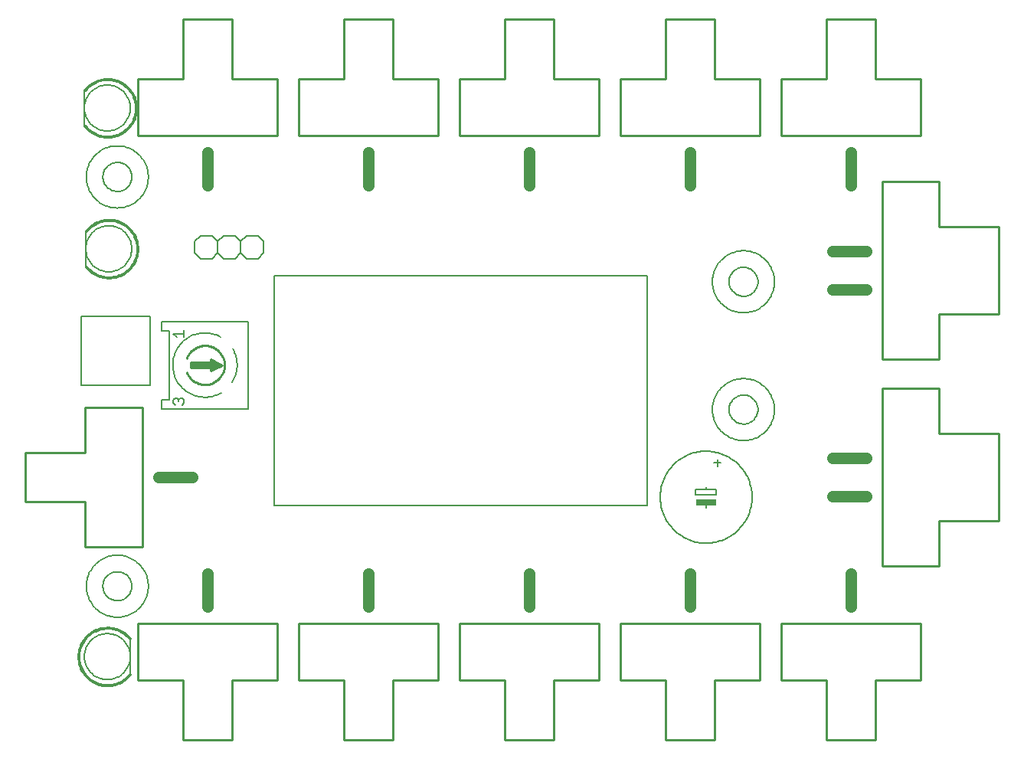
<source format=gto>
G75*
%MOIN*%
%OFA0B0*%
%FSLAX24Y24*%
%IPPOS*%
%LPD*%
%AMOC8*
5,1,8,0,0,1.08239X$1,22.5*
%
%ADD10C,0.0060*%
%ADD11R,0.0900X0.0250*%
%ADD12C,0.0500*%
%ADD13C,0.0100*%
%ADD14C,0.0050*%
%ADD15C,0.0080*%
%ADD16C,0.0010*%
D10*
X002708Y003771D02*
X002710Y003834D01*
X002716Y003896D01*
X002726Y003958D01*
X002739Y004020D01*
X002757Y004080D01*
X002778Y004139D01*
X002803Y004197D01*
X002832Y004253D01*
X002864Y004307D01*
X002899Y004359D01*
X002937Y004408D01*
X002979Y004456D01*
X003023Y004500D01*
X003071Y004542D01*
X003120Y004580D01*
X003172Y004615D01*
X003226Y004647D01*
X003282Y004676D01*
X003340Y004701D01*
X003399Y004722D01*
X003459Y004740D01*
X003521Y004753D01*
X003583Y004763D01*
X003645Y004769D01*
X003708Y004771D01*
X003771Y004769D01*
X003833Y004763D01*
X003895Y004753D01*
X003957Y004740D01*
X004017Y004722D01*
X004076Y004701D01*
X004134Y004676D01*
X004190Y004647D01*
X004244Y004615D01*
X004296Y004580D01*
X004345Y004542D01*
X004393Y004500D01*
X004437Y004456D01*
X004479Y004408D01*
X004517Y004359D01*
X004552Y004307D01*
X004584Y004253D01*
X004613Y004197D01*
X004638Y004139D01*
X004659Y004080D01*
X004677Y004020D01*
X004690Y003958D01*
X004700Y003896D01*
X004706Y003834D01*
X004708Y003771D01*
X004706Y003708D01*
X004700Y003646D01*
X004690Y003584D01*
X004677Y003522D01*
X004659Y003462D01*
X004638Y003403D01*
X004613Y003345D01*
X004584Y003289D01*
X004552Y003235D01*
X004517Y003183D01*
X004479Y003134D01*
X004437Y003086D01*
X004393Y003042D01*
X004345Y003000D01*
X004296Y002962D01*
X004244Y002927D01*
X004190Y002895D01*
X004134Y002866D01*
X004076Y002841D01*
X004017Y002820D01*
X003957Y002802D01*
X003895Y002789D01*
X003833Y002779D01*
X003771Y002773D01*
X003708Y002771D01*
X003645Y002773D01*
X003583Y002779D01*
X003521Y002789D01*
X003459Y002802D01*
X003399Y002820D01*
X003340Y002841D01*
X003282Y002866D01*
X003226Y002895D01*
X003172Y002927D01*
X003120Y002962D01*
X003071Y003000D01*
X003023Y003042D01*
X002979Y003086D01*
X002937Y003134D01*
X002899Y003183D01*
X002864Y003235D01*
X002832Y003289D01*
X002803Y003345D01*
X002778Y003403D01*
X002757Y003462D01*
X002739Y003522D01*
X002726Y003584D01*
X002716Y003646D01*
X002710Y003708D01*
X002708Y003771D01*
X002796Y006833D02*
X002798Y006906D01*
X002804Y006979D01*
X002814Y007051D01*
X002828Y007123D01*
X002845Y007194D01*
X002867Y007264D01*
X002892Y007333D01*
X002921Y007400D01*
X002953Y007465D01*
X002989Y007529D01*
X003029Y007591D01*
X003071Y007650D01*
X003117Y007707D01*
X003166Y007761D01*
X003218Y007813D01*
X003272Y007862D01*
X003329Y007908D01*
X003388Y007950D01*
X003450Y007990D01*
X003514Y008026D01*
X003579Y008058D01*
X003646Y008087D01*
X003715Y008112D01*
X003785Y008134D01*
X003856Y008151D01*
X003928Y008165D01*
X004000Y008175D01*
X004073Y008181D01*
X004146Y008183D01*
X004219Y008181D01*
X004292Y008175D01*
X004364Y008165D01*
X004436Y008151D01*
X004507Y008134D01*
X004577Y008112D01*
X004646Y008087D01*
X004713Y008058D01*
X004778Y008026D01*
X004842Y007990D01*
X004904Y007950D01*
X004963Y007908D01*
X005020Y007862D01*
X005074Y007813D01*
X005126Y007761D01*
X005175Y007707D01*
X005221Y007650D01*
X005263Y007591D01*
X005303Y007529D01*
X005339Y007465D01*
X005371Y007400D01*
X005400Y007333D01*
X005425Y007264D01*
X005447Y007194D01*
X005464Y007123D01*
X005478Y007051D01*
X005488Y006979D01*
X005494Y006906D01*
X005496Y006833D01*
X005494Y006760D01*
X005488Y006687D01*
X005478Y006615D01*
X005464Y006543D01*
X005447Y006472D01*
X005425Y006402D01*
X005400Y006333D01*
X005371Y006266D01*
X005339Y006201D01*
X005303Y006137D01*
X005263Y006075D01*
X005221Y006016D01*
X005175Y005959D01*
X005126Y005905D01*
X005074Y005853D01*
X005020Y005804D01*
X004963Y005758D01*
X004904Y005716D01*
X004842Y005676D01*
X004778Y005640D01*
X004713Y005608D01*
X004646Y005579D01*
X004577Y005554D01*
X004507Y005532D01*
X004436Y005515D01*
X004364Y005501D01*
X004292Y005491D01*
X004219Y005485D01*
X004146Y005483D01*
X004073Y005485D01*
X004000Y005491D01*
X003928Y005501D01*
X003856Y005515D01*
X003785Y005532D01*
X003715Y005554D01*
X003646Y005579D01*
X003579Y005608D01*
X003514Y005640D01*
X003450Y005676D01*
X003388Y005716D01*
X003329Y005758D01*
X003272Y005804D01*
X003218Y005853D01*
X003166Y005905D01*
X003117Y005959D01*
X003071Y006016D01*
X003029Y006075D01*
X002989Y006137D01*
X002953Y006201D01*
X002921Y006266D01*
X002892Y006333D01*
X002867Y006402D01*
X002845Y006472D01*
X002828Y006543D01*
X002814Y006615D01*
X002804Y006687D01*
X002798Y006760D01*
X002796Y006833D01*
X006058Y014558D02*
X006058Y014958D01*
X006408Y014958D01*
X006408Y017958D01*
X006058Y017958D01*
X006058Y018358D01*
X009848Y018358D01*
X009848Y014558D01*
X006058Y014558D01*
X009358Y016458D02*
X009356Y016527D01*
X009351Y016595D01*
X009343Y016664D01*
X009331Y016731D01*
X009316Y016798D01*
X009298Y016865D01*
X009276Y016930D01*
X009251Y016994D01*
X009223Y017057D01*
X009192Y017119D01*
X009158Y017178D01*
X008653Y017674D02*
X008588Y017708D01*
X008522Y017739D01*
X008454Y017767D01*
X008385Y017791D01*
X008315Y017812D01*
X008244Y017829D01*
X008172Y017842D01*
X008099Y017851D01*
X008026Y017856D01*
X007953Y017858D01*
X007880Y017856D01*
X007807Y017850D01*
X007735Y017840D01*
X007663Y017827D01*
X007592Y017809D01*
X007522Y017788D01*
X007453Y017764D01*
X007385Y017736D01*
X007319Y017704D01*
X007255Y017669D01*
X007193Y017631D01*
X007133Y017589D01*
X007075Y017544D01*
X007019Y017497D01*
X006966Y017446D01*
X006916Y017393D01*
X006869Y017337D01*
X006824Y017279D01*
X006783Y017219D01*
X006745Y017157D01*
X006710Y017092D01*
X006679Y017026D01*
X006651Y016959D01*
X006626Y016890D01*
X006606Y016820D01*
X006588Y016748D01*
X006575Y016677D01*
X006566Y016604D01*
X006560Y016531D01*
X006558Y016458D01*
X009153Y015728D02*
X009188Y015788D01*
X009219Y015851D01*
X009248Y015914D01*
X009274Y015979D01*
X009296Y016045D01*
X009315Y016113D01*
X009330Y016181D01*
X009342Y016249D01*
X009351Y016319D01*
X009356Y016388D01*
X009358Y016458D01*
X008678Y015257D02*
X008614Y015221D01*
X008548Y015188D01*
X008480Y015159D01*
X008411Y015133D01*
X008340Y015111D01*
X008269Y015093D01*
X008196Y015078D01*
X008123Y015068D01*
X008049Y015061D01*
X007976Y015058D01*
X007902Y015059D01*
X007828Y015064D01*
X007755Y015073D01*
X007682Y015085D01*
X007610Y015102D01*
X007539Y015122D01*
X007469Y015146D01*
X007400Y015174D01*
X007333Y015205D01*
X007268Y015240D01*
X007205Y015278D01*
X007144Y015319D01*
X007085Y015364D01*
X007028Y015411D01*
X006974Y015462D01*
X006923Y015515D01*
X006875Y015571D01*
X006830Y015629D01*
X006787Y015690D01*
X006749Y015753D01*
X006713Y015818D01*
X006681Y015884D01*
X006652Y015952D01*
X006628Y016022D01*
X006606Y016093D01*
X006589Y016165D01*
X006576Y016237D01*
X006566Y016310D01*
X006560Y016384D01*
X006558Y016458D01*
X007771Y021083D02*
X007521Y021333D01*
X007521Y021833D01*
X007771Y022083D01*
X008271Y022083D01*
X008521Y021833D01*
X008771Y022083D01*
X009271Y022083D01*
X009521Y021833D01*
X009771Y022083D01*
X010271Y022083D01*
X010521Y021833D01*
X010521Y021333D01*
X010271Y021083D01*
X009771Y021083D01*
X009521Y021333D01*
X009271Y021083D01*
X008771Y021083D01*
X008521Y021333D01*
X008271Y021083D01*
X007771Y021083D01*
X008521Y021333D02*
X008521Y021833D01*
X009521Y021833D02*
X009521Y021333D01*
X002796Y024646D02*
X002798Y024719D01*
X002804Y024792D01*
X002814Y024864D01*
X002828Y024936D01*
X002845Y025007D01*
X002867Y025077D01*
X002892Y025146D01*
X002921Y025213D01*
X002953Y025278D01*
X002989Y025342D01*
X003029Y025404D01*
X003071Y025463D01*
X003117Y025520D01*
X003166Y025574D01*
X003218Y025626D01*
X003272Y025675D01*
X003329Y025721D01*
X003388Y025763D01*
X003450Y025803D01*
X003514Y025839D01*
X003579Y025871D01*
X003646Y025900D01*
X003715Y025925D01*
X003785Y025947D01*
X003856Y025964D01*
X003928Y025978D01*
X004000Y025988D01*
X004073Y025994D01*
X004146Y025996D01*
X004219Y025994D01*
X004292Y025988D01*
X004364Y025978D01*
X004436Y025964D01*
X004507Y025947D01*
X004577Y025925D01*
X004646Y025900D01*
X004713Y025871D01*
X004778Y025839D01*
X004842Y025803D01*
X004904Y025763D01*
X004963Y025721D01*
X005020Y025675D01*
X005074Y025626D01*
X005126Y025574D01*
X005175Y025520D01*
X005221Y025463D01*
X005263Y025404D01*
X005303Y025342D01*
X005339Y025278D01*
X005371Y025213D01*
X005400Y025146D01*
X005425Y025077D01*
X005447Y025007D01*
X005464Y024936D01*
X005478Y024864D01*
X005488Y024792D01*
X005494Y024719D01*
X005496Y024646D01*
X005494Y024573D01*
X005488Y024500D01*
X005478Y024428D01*
X005464Y024356D01*
X005447Y024285D01*
X005425Y024215D01*
X005400Y024146D01*
X005371Y024079D01*
X005339Y024014D01*
X005303Y023950D01*
X005263Y023888D01*
X005221Y023829D01*
X005175Y023772D01*
X005126Y023718D01*
X005074Y023666D01*
X005020Y023617D01*
X004963Y023571D01*
X004904Y023529D01*
X004842Y023489D01*
X004778Y023453D01*
X004713Y023421D01*
X004646Y023392D01*
X004577Y023367D01*
X004507Y023345D01*
X004436Y023328D01*
X004364Y023314D01*
X004292Y023304D01*
X004219Y023298D01*
X004146Y023296D01*
X004073Y023298D01*
X004000Y023304D01*
X003928Y023314D01*
X003856Y023328D01*
X003785Y023345D01*
X003715Y023367D01*
X003646Y023392D01*
X003579Y023421D01*
X003514Y023453D01*
X003450Y023489D01*
X003388Y023529D01*
X003329Y023571D01*
X003272Y023617D01*
X003218Y023666D01*
X003166Y023718D01*
X003117Y023772D01*
X003071Y023829D01*
X003029Y023888D01*
X002989Y023950D01*
X002953Y024014D01*
X002921Y024079D01*
X002892Y024146D01*
X002867Y024215D01*
X002845Y024285D01*
X002828Y024356D01*
X002814Y024428D01*
X002804Y024500D01*
X002798Y024573D01*
X002796Y024646D01*
X002708Y027646D02*
X002710Y027709D01*
X002716Y027771D01*
X002726Y027833D01*
X002739Y027895D01*
X002757Y027955D01*
X002778Y028014D01*
X002803Y028072D01*
X002832Y028128D01*
X002864Y028182D01*
X002899Y028234D01*
X002937Y028283D01*
X002979Y028331D01*
X003023Y028375D01*
X003071Y028417D01*
X003120Y028455D01*
X003172Y028490D01*
X003226Y028522D01*
X003282Y028551D01*
X003340Y028576D01*
X003399Y028597D01*
X003459Y028615D01*
X003521Y028628D01*
X003583Y028638D01*
X003645Y028644D01*
X003708Y028646D01*
X003771Y028644D01*
X003833Y028638D01*
X003895Y028628D01*
X003957Y028615D01*
X004017Y028597D01*
X004076Y028576D01*
X004134Y028551D01*
X004190Y028522D01*
X004244Y028490D01*
X004296Y028455D01*
X004345Y028417D01*
X004393Y028375D01*
X004437Y028331D01*
X004479Y028283D01*
X004517Y028234D01*
X004552Y028182D01*
X004584Y028128D01*
X004613Y028072D01*
X004638Y028014D01*
X004659Y027955D01*
X004677Y027895D01*
X004690Y027833D01*
X004700Y027771D01*
X004706Y027709D01*
X004708Y027646D01*
X004706Y027583D01*
X004700Y027521D01*
X004690Y027459D01*
X004677Y027397D01*
X004659Y027337D01*
X004638Y027278D01*
X004613Y027220D01*
X004584Y027164D01*
X004552Y027110D01*
X004517Y027058D01*
X004479Y027009D01*
X004437Y026961D01*
X004393Y026917D01*
X004345Y026875D01*
X004296Y026837D01*
X004244Y026802D01*
X004190Y026770D01*
X004134Y026741D01*
X004076Y026716D01*
X004017Y026695D01*
X003957Y026677D01*
X003895Y026664D01*
X003833Y026654D01*
X003771Y026648D01*
X003708Y026646D01*
X003645Y026648D01*
X003583Y026654D01*
X003521Y026664D01*
X003459Y026677D01*
X003399Y026695D01*
X003340Y026716D01*
X003282Y026741D01*
X003226Y026770D01*
X003172Y026802D01*
X003120Y026837D01*
X003071Y026875D01*
X003023Y026917D01*
X002979Y026961D01*
X002937Y027009D01*
X002899Y027058D01*
X002864Y027110D01*
X002832Y027164D01*
X002803Y027220D01*
X002778Y027278D01*
X002757Y027337D01*
X002739Y027397D01*
X002726Y027459D01*
X002716Y027521D01*
X002710Y027583D01*
X002708Y027646D01*
X002771Y021521D02*
X002773Y021584D01*
X002779Y021646D01*
X002789Y021708D01*
X002802Y021770D01*
X002820Y021830D01*
X002841Y021889D01*
X002866Y021947D01*
X002895Y022003D01*
X002927Y022057D01*
X002962Y022109D01*
X003000Y022158D01*
X003042Y022206D01*
X003086Y022250D01*
X003134Y022292D01*
X003183Y022330D01*
X003235Y022365D01*
X003289Y022397D01*
X003345Y022426D01*
X003403Y022451D01*
X003462Y022472D01*
X003522Y022490D01*
X003584Y022503D01*
X003646Y022513D01*
X003708Y022519D01*
X003771Y022521D01*
X003834Y022519D01*
X003896Y022513D01*
X003958Y022503D01*
X004020Y022490D01*
X004080Y022472D01*
X004139Y022451D01*
X004197Y022426D01*
X004253Y022397D01*
X004307Y022365D01*
X004359Y022330D01*
X004408Y022292D01*
X004456Y022250D01*
X004500Y022206D01*
X004542Y022158D01*
X004580Y022109D01*
X004615Y022057D01*
X004647Y022003D01*
X004676Y021947D01*
X004701Y021889D01*
X004722Y021830D01*
X004740Y021770D01*
X004753Y021708D01*
X004763Y021646D01*
X004769Y021584D01*
X004771Y021521D01*
X004769Y021458D01*
X004763Y021396D01*
X004753Y021334D01*
X004740Y021272D01*
X004722Y021212D01*
X004701Y021153D01*
X004676Y021095D01*
X004647Y021039D01*
X004615Y020985D01*
X004580Y020933D01*
X004542Y020884D01*
X004500Y020836D01*
X004456Y020792D01*
X004408Y020750D01*
X004359Y020712D01*
X004307Y020677D01*
X004253Y020645D01*
X004197Y020616D01*
X004139Y020591D01*
X004080Y020570D01*
X004020Y020552D01*
X003958Y020539D01*
X003896Y020529D01*
X003834Y020523D01*
X003771Y020521D01*
X003708Y020523D01*
X003646Y020529D01*
X003584Y020539D01*
X003522Y020552D01*
X003462Y020570D01*
X003403Y020591D01*
X003345Y020616D01*
X003289Y020645D01*
X003235Y020677D01*
X003183Y020712D01*
X003134Y020750D01*
X003086Y020792D01*
X003042Y020836D01*
X003000Y020884D01*
X002962Y020933D01*
X002927Y020985D01*
X002895Y021039D01*
X002866Y021095D01*
X002841Y021153D01*
X002820Y021212D01*
X002802Y021272D01*
X002789Y021334D01*
X002779Y021396D01*
X002773Y021458D01*
X002771Y021521D01*
X029321Y011058D02*
X029321Y010808D01*
X030221Y010808D01*
X030221Y011058D01*
X029771Y011058D01*
X029321Y011058D01*
X029771Y011058D02*
X029771Y011158D01*
X027771Y010708D02*
X027773Y010797D01*
X027779Y010886D01*
X027789Y010975D01*
X027803Y011063D01*
X027820Y011150D01*
X027842Y011236D01*
X027868Y011322D01*
X027897Y011406D01*
X027930Y011489D01*
X027966Y011570D01*
X028007Y011650D01*
X028050Y011727D01*
X028097Y011803D01*
X028148Y011876D01*
X028201Y011947D01*
X028258Y012016D01*
X028318Y012082D01*
X028381Y012146D01*
X028446Y012206D01*
X028514Y012264D01*
X028585Y012318D01*
X028658Y012369D01*
X028733Y012417D01*
X028810Y012462D01*
X028889Y012503D01*
X028970Y012540D01*
X029052Y012574D01*
X029136Y012605D01*
X029221Y012631D01*
X029307Y012654D01*
X029394Y012672D01*
X029482Y012687D01*
X029571Y012698D01*
X029660Y012705D01*
X029749Y012708D01*
X029838Y012707D01*
X029927Y012702D01*
X030015Y012693D01*
X030104Y012680D01*
X030191Y012663D01*
X030278Y012643D01*
X030364Y012618D01*
X030448Y012590D01*
X030531Y012558D01*
X030613Y012522D01*
X030693Y012483D01*
X030771Y012440D01*
X030847Y012394D01*
X030921Y012344D01*
X030993Y012291D01*
X031062Y012235D01*
X031129Y012176D01*
X031193Y012114D01*
X031254Y012050D01*
X031313Y011982D01*
X031368Y011912D01*
X031420Y011840D01*
X031469Y011765D01*
X031514Y011689D01*
X031556Y011610D01*
X031594Y011530D01*
X031629Y011448D01*
X031660Y011364D01*
X031688Y011279D01*
X031711Y011193D01*
X031731Y011106D01*
X031747Y011019D01*
X031759Y010930D01*
X031767Y010842D01*
X031771Y010753D01*
X031771Y010663D01*
X031767Y010574D01*
X031759Y010486D01*
X031747Y010397D01*
X031731Y010310D01*
X031711Y010223D01*
X031688Y010137D01*
X031660Y010052D01*
X031629Y009968D01*
X031594Y009886D01*
X031556Y009806D01*
X031514Y009727D01*
X031469Y009651D01*
X031420Y009576D01*
X031368Y009504D01*
X031313Y009434D01*
X031254Y009366D01*
X031193Y009302D01*
X031129Y009240D01*
X031062Y009181D01*
X030993Y009125D01*
X030921Y009072D01*
X030847Y009022D01*
X030771Y008976D01*
X030693Y008933D01*
X030613Y008894D01*
X030531Y008858D01*
X030448Y008826D01*
X030364Y008798D01*
X030278Y008773D01*
X030191Y008753D01*
X030104Y008736D01*
X030015Y008723D01*
X029927Y008714D01*
X029838Y008709D01*
X029749Y008708D01*
X029660Y008711D01*
X029571Y008718D01*
X029482Y008729D01*
X029394Y008744D01*
X029307Y008762D01*
X029221Y008785D01*
X029136Y008811D01*
X029052Y008842D01*
X028970Y008876D01*
X028889Y008913D01*
X028810Y008954D01*
X028733Y008999D01*
X028658Y009047D01*
X028585Y009098D01*
X028514Y009152D01*
X028446Y009210D01*
X028381Y009270D01*
X028318Y009334D01*
X028258Y009400D01*
X028201Y009469D01*
X028148Y009540D01*
X028097Y009613D01*
X028050Y009689D01*
X028007Y009766D01*
X027966Y009846D01*
X027930Y009927D01*
X027897Y010010D01*
X027868Y010094D01*
X027842Y010180D01*
X027820Y010266D01*
X027803Y010353D01*
X027789Y010441D01*
X027779Y010530D01*
X027773Y010619D01*
X027771Y010708D01*
X029771Y010458D02*
X029771Y010258D01*
X030271Y012058D02*
X030271Y012358D01*
X030421Y012208D02*
X030121Y012208D01*
X030046Y014521D02*
X030048Y014594D01*
X030054Y014667D01*
X030064Y014739D01*
X030078Y014811D01*
X030095Y014882D01*
X030117Y014952D01*
X030142Y015021D01*
X030171Y015088D01*
X030203Y015153D01*
X030239Y015217D01*
X030279Y015279D01*
X030321Y015338D01*
X030367Y015395D01*
X030416Y015449D01*
X030468Y015501D01*
X030522Y015550D01*
X030579Y015596D01*
X030638Y015638D01*
X030700Y015678D01*
X030764Y015714D01*
X030829Y015746D01*
X030896Y015775D01*
X030965Y015800D01*
X031035Y015822D01*
X031106Y015839D01*
X031178Y015853D01*
X031250Y015863D01*
X031323Y015869D01*
X031396Y015871D01*
X031469Y015869D01*
X031542Y015863D01*
X031614Y015853D01*
X031686Y015839D01*
X031757Y015822D01*
X031827Y015800D01*
X031896Y015775D01*
X031963Y015746D01*
X032028Y015714D01*
X032092Y015678D01*
X032154Y015638D01*
X032213Y015596D01*
X032270Y015550D01*
X032324Y015501D01*
X032376Y015449D01*
X032425Y015395D01*
X032471Y015338D01*
X032513Y015279D01*
X032553Y015217D01*
X032589Y015153D01*
X032621Y015088D01*
X032650Y015021D01*
X032675Y014952D01*
X032697Y014882D01*
X032714Y014811D01*
X032728Y014739D01*
X032738Y014667D01*
X032744Y014594D01*
X032746Y014521D01*
X032744Y014448D01*
X032738Y014375D01*
X032728Y014303D01*
X032714Y014231D01*
X032697Y014160D01*
X032675Y014090D01*
X032650Y014021D01*
X032621Y013954D01*
X032589Y013889D01*
X032553Y013825D01*
X032513Y013763D01*
X032471Y013704D01*
X032425Y013647D01*
X032376Y013593D01*
X032324Y013541D01*
X032270Y013492D01*
X032213Y013446D01*
X032154Y013404D01*
X032092Y013364D01*
X032028Y013328D01*
X031963Y013296D01*
X031896Y013267D01*
X031827Y013242D01*
X031757Y013220D01*
X031686Y013203D01*
X031614Y013189D01*
X031542Y013179D01*
X031469Y013173D01*
X031396Y013171D01*
X031323Y013173D01*
X031250Y013179D01*
X031178Y013189D01*
X031106Y013203D01*
X031035Y013220D01*
X030965Y013242D01*
X030896Y013267D01*
X030829Y013296D01*
X030764Y013328D01*
X030700Y013364D01*
X030638Y013404D01*
X030579Y013446D01*
X030522Y013492D01*
X030468Y013541D01*
X030416Y013593D01*
X030367Y013647D01*
X030321Y013704D01*
X030279Y013763D01*
X030239Y013825D01*
X030203Y013889D01*
X030171Y013954D01*
X030142Y014021D01*
X030117Y014090D01*
X030095Y014160D01*
X030078Y014231D01*
X030064Y014303D01*
X030054Y014375D01*
X030048Y014448D01*
X030046Y014521D01*
X030046Y020083D02*
X030048Y020156D01*
X030054Y020229D01*
X030064Y020301D01*
X030078Y020373D01*
X030095Y020444D01*
X030117Y020514D01*
X030142Y020583D01*
X030171Y020650D01*
X030203Y020715D01*
X030239Y020779D01*
X030279Y020841D01*
X030321Y020900D01*
X030367Y020957D01*
X030416Y021011D01*
X030468Y021063D01*
X030522Y021112D01*
X030579Y021158D01*
X030638Y021200D01*
X030700Y021240D01*
X030764Y021276D01*
X030829Y021308D01*
X030896Y021337D01*
X030965Y021362D01*
X031035Y021384D01*
X031106Y021401D01*
X031178Y021415D01*
X031250Y021425D01*
X031323Y021431D01*
X031396Y021433D01*
X031469Y021431D01*
X031542Y021425D01*
X031614Y021415D01*
X031686Y021401D01*
X031757Y021384D01*
X031827Y021362D01*
X031896Y021337D01*
X031963Y021308D01*
X032028Y021276D01*
X032092Y021240D01*
X032154Y021200D01*
X032213Y021158D01*
X032270Y021112D01*
X032324Y021063D01*
X032376Y021011D01*
X032425Y020957D01*
X032471Y020900D01*
X032513Y020841D01*
X032553Y020779D01*
X032589Y020715D01*
X032621Y020650D01*
X032650Y020583D01*
X032675Y020514D01*
X032697Y020444D01*
X032714Y020373D01*
X032728Y020301D01*
X032738Y020229D01*
X032744Y020156D01*
X032746Y020083D01*
X032744Y020010D01*
X032738Y019937D01*
X032728Y019865D01*
X032714Y019793D01*
X032697Y019722D01*
X032675Y019652D01*
X032650Y019583D01*
X032621Y019516D01*
X032589Y019451D01*
X032553Y019387D01*
X032513Y019325D01*
X032471Y019266D01*
X032425Y019209D01*
X032376Y019155D01*
X032324Y019103D01*
X032270Y019054D01*
X032213Y019008D01*
X032154Y018966D01*
X032092Y018926D01*
X032028Y018890D01*
X031963Y018858D01*
X031896Y018829D01*
X031827Y018804D01*
X031757Y018782D01*
X031686Y018765D01*
X031614Y018751D01*
X031542Y018741D01*
X031469Y018735D01*
X031396Y018733D01*
X031323Y018735D01*
X031250Y018741D01*
X031178Y018751D01*
X031106Y018765D01*
X031035Y018782D01*
X030965Y018804D01*
X030896Y018829D01*
X030829Y018858D01*
X030764Y018890D01*
X030700Y018926D01*
X030638Y018966D01*
X030579Y019008D01*
X030522Y019054D01*
X030468Y019103D01*
X030416Y019155D01*
X030367Y019209D01*
X030321Y019266D01*
X030279Y019325D01*
X030239Y019387D01*
X030203Y019451D01*
X030171Y019516D01*
X030142Y019583D01*
X030117Y019652D01*
X030095Y019722D01*
X030078Y019793D01*
X030064Y019865D01*
X030054Y019937D01*
X030048Y020010D01*
X030046Y020083D01*
D11*
X029771Y010483D03*
D12*
X029083Y007394D02*
X029083Y005937D01*
X035272Y010756D02*
X036729Y010756D01*
X036729Y012410D02*
X035272Y012410D01*
X036083Y007394D02*
X036083Y005937D01*
X022083Y005937D02*
X022083Y007394D01*
X015083Y007394D02*
X015083Y005937D01*
X008083Y005937D02*
X008083Y007394D01*
X007394Y011583D02*
X005937Y011583D01*
X008083Y024272D02*
X008083Y025729D01*
X015083Y025729D02*
X015083Y024272D01*
X022083Y024272D02*
X022083Y025729D01*
X029083Y025729D02*
X029083Y024272D01*
X035272Y021410D02*
X036729Y021410D01*
X036729Y019756D02*
X035272Y019756D01*
X036083Y024272D02*
X036083Y025729D01*
D13*
X037437Y024441D02*
X037437Y016725D01*
X039918Y016725D01*
X039918Y018693D01*
X042516Y018693D01*
X042516Y022473D01*
X039918Y022473D01*
X039918Y024441D01*
X037437Y024441D01*
X039115Y026437D02*
X033052Y026437D01*
X033052Y028918D01*
X035020Y028918D01*
X035020Y031516D01*
X037146Y031516D01*
X037146Y028918D01*
X039115Y028918D01*
X039115Y026437D01*
X032115Y026437D02*
X026052Y026437D01*
X026052Y028918D01*
X028020Y028918D01*
X028020Y031516D01*
X030146Y031516D01*
X030146Y028918D01*
X032115Y028918D01*
X032115Y026437D01*
X025115Y026437D02*
X019052Y026437D01*
X019052Y028918D01*
X021020Y028918D01*
X021020Y031516D01*
X023146Y031516D01*
X023146Y028918D01*
X025115Y028918D01*
X025115Y026437D01*
X018115Y026437D02*
X012052Y026437D01*
X012052Y028918D01*
X014020Y028918D01*
X014020Y031516D01*
X016146Y031516D01*
X016146Y028918D01*
X018115Y028918D01*
X018115Y026437D01*
X011115Y026437D02*
X005052Y026437D01*
X005052Y028918D01*
X007020Y028918D01*
X007020Y031516D01*
X009146Y031516D01*
X009146Y028918D01*
X011115Y028918D01*
X011115Y026437D01*
X008208Y016708D02*
X008208Y016608D01*
X008208Y016588D01*
X008208Y016558D01*
X008208Y016588D02*
X007338Y016588D01*
X007338Y016338D01*
X008208Y016338D01*
X008208Y016358D01*
X008208Y016338D02*
X008208Y016308D01*
X008208Y016208D01*
X008708Y016458D01*
X008208Y016708D01*
X008208Y016608D02*
X008358Y016608D01*
X008558Y016508D02*
X008558Y016408D01*
X007358Y016408D01*
X007358Y016458D02*
X007358Y016508D01*
X008558Y016508D01*
X008358Y016308D02*
X008208Y016308D01*
X008808Y016458D02*
X008806Y016400D01*
X008800Y016343D01*
X008790Y016286D01*
X008777Y016230D01*
X008760Y016175D01*
X008738Y016121D01*
X008714Y016069D01*
X008686Y016019D01*
X008654Y015970D01*
X008620Y015924D01*
X008582Y015881D01*
X008541Y015840D01*
X008498Y015802D01*
X008452Y015766D01*
X008404Y015735D01*
X008354Y015706D01*
X008302Y015681D01*
X008249Y015659D01*
X008194Y015641D01*
X008138Y015627D01*
X008081Y015617D01*
X008024Y015611D01*
X007966Y015608D01*
X007909Y015609D01*
X007851Y015615D01*
X007794Y015624D01*
X007738Y015637D01*
X007683Y015654D01*
X007629Y015674D01*
X007577Y015698D01*
X007526Y015726D01*
X007477Y015757D01*
X007431Y015791D01*
X007387Y015829D01*
X007345Y015869D01*
X007307Y015912D01*
X007271Y015957D01*
X007239Y016005D01*
X007210Y016055D01*
X007184Y016106D01*
X007162Y016160D01*
X007162Y016756D02*
X007184Y016810D01*
X007210Y016861D01*
X007239Y016911D01*
X007271Y016959D01*
X007307Y017004D01*
X007345Y017047D01*
X007387Y017087D01*
X007431Y017125D01*
X007477Y017159D01*
X007526Y017190D01*
X007577Y017218D01*
X007629Y017242D01*
X007683Y017262D01*
X007738Y017279D01*
X007794Y017292D01*
X007851Y017301D01*
X007909Y017307D01*
X007966Y017308D01*
X008024Y017305D01*
X008081Y017299D01*
X008138Y017289D01*
X008194Y017275D01*
X008249Y017257D01*
X008302Y017235D01*
X008354Y017210D01*
X008404Y017181D01*
X008452Y017150D01*
X008498Y017114D01*
X008541Y017076D01*
X008582Y017035D01*
X008620Y016992D01*
X008654Y016946D01*
X008686Y016897D01*
X008714Y016847D01*
X008738Y016795D01*
X008760Y016741D01*
X008777Y016686D01*
X008790Y016630D01*
X008800Y016573D01*
X008806Y016516D01*
X008808Y016458D01*
X005229Y014615D02*
X005229Y008552D01*
X002748Y008552D01*
X002748Y010520D01*
X000150Y010520D01*
X000150Y012646D01*
X002748Y012646D01*
X002748Y014615D01*
X005229Y014615D01*
X005052Y005229D02*
X011115Y005229D01*
X011115Y002748D01*
X009146Y002748D01*
X009146Y000150D01*
X007020Y000150D01*
X007020Y002748D01*
X005052Y002748D01*
X005052Y005229D01*
X012052Y005229D02*
X012052Y002748D01*
X014020Y002748D01*
X014020Y000150D01*
X016146Y000150D01*
X016146Y002748D01*
X018115Y002748D01*
X018115Y005229D01*
X012052Y005229D01*
X019052Y005229D02*
X019052Y002748D01*
X021020Y002748D01*
X021020Y000150D01*
X023146Y000150D01*
X023146Y002748D01*
X025115Y002748D01*
X025115Y005229D01*
X019052Y005229D01*
X026052Y005229D02*
X026052Y002748D01*
X028020Y002748D01*
X028020Y000150D01*
X030146Y000150D01*
X030146Y002748D01*
X032115Y002748D01*
X032115Y005229D01*
X026052Y005229D01*
X033052Y005229D02*
X033052Y002748D01*
X035020Y002748D01*
X035020Y000150D01*
X037146Y000150D01*
X037146Y002748D01*
X039115Y002748D01*
X039115Y005229D01*
X033052Y005229D01*
X037437Y007725D02*
X037437Y015441D01*
X039918Y015441D01*
X039918Y013473D01*
X042516Y013473D01*
X042516Y009693D01*
X039918Y009693D01*
X039918Y007725D01*
X037437Y007725D01*
D14*
X027208Y010333D02*
X027208Y020333D01*
X010958Y020333D01*
X010958Y010333D01*
X027208Y010333D01*
X007033Y014798D02*
X006958Y014723D01*
X007033Y014798D02*
X007033Y014948D01*
X006958Y015023D01*
X006883Y015023D01*
X006808Y014948D01*
X006808Y014873D01*
X006808Y014948D02*
X006733Y015023D01*
X006658Y015023D01*
X006583Y014948D01*
X006583Y014798D01*
X006658Y014723D01*
X005583Y015583D02*
X002583Y015583D01*
X002583Y018583D01*
X005583Y018583D01*
X005583Y015583D01*
X006733Y017673D02*
X006583Y017823D01*
X007033Y017823D01*
X007033Y017673D02*
X007033Y017973D01*
D15*
X002771Y020771D02*
X002771Y022271D01*
X003516Y024646D02*
X003518Y024696D01*
X003524Y024746D01*
X003534Y024795D01*
X003548Y024843D01*
X003565Y024890D01*
X003586Y024935D01*
X003611Y024979D01*
X003639Y025020D01*
X003671Y025059D01*
X003705Y025096D01*
X003742Y025130D01*
X003782Y025160D01*
X003824Y025187D01*
X003868Y025211D01*
X003914Y025232D01*
X003961Y025248D01*
X004009Y025261D01*
X004059Y025270D01*
X004108Y025275D01*
X004159Y025276D01*
X004209Y025273D01*
X004258Y025266D01*
X004307Y025255D01*
X004355Y025240D01*
X004401Y025222D01*
X004446Y025200D01*
X004489Y025174D01*
X004530Y025145D01*
X004569Y025113D01*
X004605Y025078D01*
X004637Y025040D01*
X004667Y025000D01*
X004694Y024957D01*
X004717Y024913D01*
X004736Y024867D01*
X004752Y024819D01*
X004764Y024770D01*
X004772Y024721D01*
X004776Y024671D01*
X004776Y024621D01*
X004772Y024571D01*
X004764Y024522D01*
X004752Y024473D01*
X004736Y024425D01*
X004717Y024379D01*
X004694Y024335D01*
X004667Y024292D01*
X004637Y024252D01*
X004605Y024214D01*
X004569Y024179D01*
X004530Y024147D01*
X004489Y024118D01*
X004446Y024092D01*
X004401Y024070D01*
X004355Y024052D01*
X004307Y024037D01*
X004258Y024026D01*
X004209Y024019D01*
X004159Y024016D01*
X004108Y024017D01*
X004059Y024022D01*
X004009Y024031D01*
X003961Y024044D01*
X003914Y024060D01*
X003868Y024081D01*
X003824Y024105D01*
X003782Y024132D01*
X003742Y024162D01*
X003705Y024196D01*
X003671Y024233D01*
X003639Y024272D01*
X003611Y024313D01*
X003586Y024357D01*
X003565Y024402D01*
X003548Y024449D01*
X003534Y024497D01*
X003524Y024546D01*
X003518Y024596D01*
X003516Y024646D01*
X002708Y026896D02*
X002708Y028396D01*
X030766Y020083D02*
X030768Y020133D01*
X030774Y020183D01*
X030784Y020232D01*
X030798Y020280D01*
X030815Y020327D01*
X030836Y020372D01*
X030861Y020416D01*
X030889Y020457D01*
X030921Y020496D01*
X030955Y020533D01*
X030992Y020567D01*
X031032Y020597D01*
X031074Y020624D01*
X031118Y020648D01*
X031164Y020669D01*
X031211Y020685D01*
X031259Y020698D01*
X031309Y020707D01*
X031358Y020712D01*
X031409Y020713D01*
X031459Y020710D01*
X031508Y020703D01*
X031557Y020692D01*
X031605Y020677D01*
X031651Y020659D01*
X031696Y020637D01*
X031739Y020611D01*
X031780Y020582D01*
X031819Y020550D01*
X031855Y020515D01*
X031887Y020477D01*
X031917Y020437D01*
X031944Y020394D01*
X031967Y020350D01*
X031986Y020304D01*
X032002Y020256D01*
X032014Y020207D01*
X032022Y020158D01*
X032026Y020108D01*
X032026Y020058D01*
X032022Y020008D01*
X032014Y019959D01*
X032002Y019910D01*
X031986Y019862D01*
X031967Y019816D01*
X031944Y019772D01*
X031917Y019729D01*
X031887Y019689D01*
X031855Y019651D01*
X031819Y019616D01*
X031780Y019584D01*
X031739Y019555D01*
X031696Y019529D01*
X031651Y019507D01*
X031605Y019489D01*
X031557Y019474D01*
X031508Y019463D01*
X031459Y019456D01*
X031409Y019453D01*
X031358Y019454D01*
X031309Y019459D01*
X031259Y019468D01*
X031211Y019481D01*
X031164Y019497D01*
X031118Y019518D01*
X031074Y019542D01*
X031032Y019569D01*
X030992Y019599D01*
X030955Y019633D01*
X030921Y019670D01*
X030889Y019709D01*
X030861Y019750D01*
X030836Y019794D01*
X030815Y019839D01*
X030798Y019886D01*
X030784Y019934D01*
X030774Y019983D01*
X030768Y020033D01*
X030766Y020083D01*
X030766Y014521D02*
X030768Y014571D01*
X030774Y014621D01*
X030784Y014670D01*
X030798Y014718D01*
X030815Y014765D01*
X030836Y014810D01*
X030861Y014854D01*
X030889Y014895D01*
X030921Y014934D01*
X030955Y014971D01*
X030992Y015005D01*
X031032Y015035D01*
X031074Y015062D01*
X031118Y015086D01*
X031164Y015107D01*
X031211Y015123D01*
X031259Y015136D01*
X031309Y015145D01*
X031358Y015150D01*
X031409Y015151D01*
X031459Y015148D01*
X031508Y015141D01*
X031557Y015130D01*
X031605Y015115D01*
X031651Y015097D01*
X031696Y015075D01*
X031739Y015049D01*
X031780Y015020D01*
X031819Y014988D01*
X031855Y014953D01*
X031887Y014915D01*
X031917Y014875D01*
X031944Y014832D01*
X031967Y014788D01*
X031986Y014742D01*
X032002Y014694D01*
X032014Y014645D01*
X032022Y014596D01*
X032026Y014546D01*
X032026Y014496D01*
X032022Y014446D01*
X032014Y014397D01*
X032002Y014348D01*
X031986Y014300D01*
X031967Y014254D01*
X031944Y014210D01*
X031917Y014167D01*
X031887Y014127D01*
X031855Y014089D01*
X031819Y014054D01*
X031780Y014022D01*
X031739Y013993D01*
X031696Y013967D01*
X031651Y013945D01*
X031605Y013927D01*
X031557Y013912D01*
X031508Y013901D01*
X031459Y013894D01*
X031409Y013891D01*
X031358Y013892D01*
X031309Y013897D01*
X031259Y013906D01*
X031211Y013919D01*
X031164Y013935D01*
X031118Y013956D01*
X031074Y013980D01*
X031032Y014007D01*
X030992Y014037D01*
X030955Y014071D01*
X030921Y014108D01*
X030889Y014147D01*
X030861Y014188D01*
X030836Y014232D01*
X030815Y014277D01*
X030798Y014324D01*
X030784Y014372D01*
X030774Y014421D01*
X030768Y014471D01*
X030766Y014521D01*
X004708Y004521D02*
X004708Y003021D01*
X003516Y006833D02*
X003518Y006883D01*
X003524Y006933D01*
X003534Y006982D01*
X003548Y007030D01*
X003565Y007077D01*
X003586Y007122D01*
X003611Y007166D01*
X003639Y007207D01*
X003671Y007246D01*
X003705Y007283D01*
X003742Y007317D01*
X003782Y007347D01*
X003824Y007374D01*
X003868Y007398D01*
X003914Y007419D01*
X003961Y007435D01*
X004009Y007448D01*
X004059Y007457D01*
X004108Y007462D01*
X004159Y007463D01*
X004209Y007460D01*
X004258Y007453D01*
X004307Y007442D01*
X004355Y007427D01*
X004401Y007409D01*
X004446Y007387D01*
X004489Y007361D01*
X004530Y007332D01*
X004569Y007300D01*
X004605Y007265D01*
X004637Y007227D01*
X004667Y007187D01*
X004694Y007144D01*
X004717Y007100D01*
X004736Y007054D01*
X004752Y007006D01*
X004764Y006957D01*
X004772Y006908D01*
X004776Y006858D01*
X004776Y006808D01*
X004772Y006758D01*
X004764Y006709D01*
X004752Y006660D01*
X004736Y006612D01*
X004717Y006566D01*
X004694Y006522D01*
X004667Y006479D01*
X004637Y006439D01*
X004605Y006401D01*
X004569Y006366D01*
X004530Y006334D01*
X004489Y006305D01*
X004446Y006279D01*
X004401Y006257D01*
X004355Y006239D01*
X004307Y006224D01*
X004258Y006213D01*
X004209Y006206D01*
X004159Y006203D01*
X004108Y006204D01*
X004059Y006209D01*
X004009Y006218D01*
X003961Y006231D01*
X003914Y006247D01*
X003868Y006268D01*
X003824Y006292D01*
X003782Y006319D01*
X003742Y006349D01*
X003705Y006383D01*
X003671Y006420D01*
X003639Y006459D01*
X003611Y006500D01*
X003586Y006544D01*
X003565Y006589D01*
X003548Y006636D01*
X003534Y006684D01*
X003524Y006733D01*
X003518Y006783D01*
X003516Y006833D01*
D16*
X004740Y004551D02*
X004668Y004497D01*
X004669Y004498D02*
X004626Y004551D01*
X004581Y004602D01*
X004532Y004650D01*
X004481Y004695D01*
X004427Y004738D01*
X004371Y004777D01*
X004313Y004813D01*
X004253Y004846D01*
X004192Y004875D01*
X004128Y004900D01*
X004064Y004922D01*
X003998Y004941D01*
X003931Y004955D01*
X003864Y004966D01*
X003796Y004973D01*
X003728Y004976D01*
X003659Y004975D01*
X003591Y004970D01*
X003523Y004962D01*
X003456Y004949D01*
X003390Y004933D01*
X003325Y004913D01*
X003260Y004890D01*
X003198Y004863D01*
X003137Y004832D01*
X003078Y004798D01*
X003020Y004761D01*
X002965Y004720D01*
X002913Y004676D01*
X002863Y004630D01*
X002816Y004581D01*
X002771Y004529D01*
X002730Y004475D01*
X002691Y004418D01*
X002656Y004359D01*
X002625Y004299D01*
X002597Y004237D01*
X002572Y004173D01*
X002551Y004108D01*
X002534Y004042D01*
X002520Y003975D01*
X002511Y003907D01*
X002505Y003839D01*
X002503Y003771D01*
X002505Y003703D01*
X002511Y003635D01*
X002520Y003567D01*
X002534Y003500D01*
X002551Y003434D01*
X002572Y003369D01*
X002597Y003305D01*
X002625Y003243D01*
X002656Y003183D01*
X002691Y003124D01*
X002730Y003067D01*
X002771Y003013D01*
X002816Y002961D01*
X002863Y002912D01*
X002913Y002866D01*
X002965Y002822D01*
X003020Y002781D01*
X003078Y002744D01*
X003137Y002710D01*
X003198Y002679D01*
X003260Y002652D01*
X003325Y002629D01*
X003390Y002609D01*
X003456Y002593D01*
X003523Y002580D01*
X003591Y002572D01*
X003659Y002567D01*
X003728Y002566D01*
X003796Y002569D01*
X003864Y002576D01*
X003931Y002587D01*
X003998Y002601D01*
X004064Y002620D01*
X004128Y002642D01*
X004192Y002667D01*
X004253Y002696D01*
X004313Y002729D01*
X004371Y002765D01*
X004427Y002804D01*
X004481Y002847D01*
X004532Y002892D01*
X004581Y002940D01*
X004626Y002991D01*
X004669Y003044D01*
X004740Y002991D01*
X004741Y002990D01*
X004697Y002935D01*
X004649Y002882D01*
X004599Y002831D01*
X004546Y002784D01*
X004491Y002740D01*
X004433Y002698D01*
X004373Y002660D01*
X004312Y002625D01*
X004248Y002594D01*
X004183Y002566D01*
X004116Y002542D01*
X004048Y002521D01*
X003979Y002505D01*
X003909Y002492D01*
X003839Y002483D01*
X003768Y002477D01*
X003697Y002476D01*
X003626Y002479D01*
X003555Y002485D01*
X003485Y002495D01*
X003416Y002509D01*
X003347Y002527D01*
X003279Y002549D01*
X003213Y002574D01*
X003148Y002603D01*
X003085Y002636D01*
X003024Y002672D01*
X002965Y002711D01*
X002908Y002753D01*
X002853Y002798D01*
X002801Y002847D01*
X002752Y002898D01*
X002705Y002951D01*
X002662Y003008D01*
X002622Y003066D01*
X002585Y003127D01*
X002551Y003189D01*
X002521Y003253D01*
X002494Y003319D01*
X002471Y003386D01*
X002452Y003455D01*
X002437Y003524D01*
X002425Y003594D01*
X002417Y003665D01*
X002413Y003736D01*
X002413Y003806D01*
X002417Y003877D01*
X002425Y003948D01*
X002437Y004018D01*
X002452Y004087D01*
X002471Y004156D01*
X002494Y004223D01*
X002521Y004289D01*
X002551Y004353D01*
X002585Y004415D01*
X002622Y004476D01*
X002662Y004534D01*
X002705Y004591D01*
X002752Y004644D01*
X002801Y004695D01*
X002853Y004744D01*
X002908Y004789D01*
X002965Y004831D01*
X003024Y004870D01*
X003085Y004906D01*
X003148Y004939D01*
X003213Y004968D01*
X003279Y004993D01*
X003347Y005015D01*
X003416Y005033D01*
X003485Y005047D01*
X003555Y005057D01*
X003626Y005063D01*
X003697Y005066D01*
X003768Y005065D01*
X003839Y005059D01*
X003909Y005050D01*
X003979Y005037D01*
X004048Y005021D01*
X004116Y005000D01*
X004183Y004976D01*
X004248Y004948D01*
X004312Y004917D01*
X004373Y004882D01*
X004433Y004844D01*
X004491Y004802D01*
X004546Y004758D01*
X004599Y004711D01*
X004649Y004660D01*
X004697Y004607D01*
X004741Y004552D01*
X004734Y004547D01*
X004689Y004602D01*
X004642Y004655D01*
X004591Y004706D01*
X004538Y004753D01*
X004482Y004798D01*
X004424Y004839D01*
X004364Y004877D01*
X004302Y004912D01*
X004238Y004943D01*
X004172Y004970D01*
X004105Y004994D01*
X004036Y005014D01*
X003967Y005031D01*
X003897Y005043D01*
X003826Y005052D01*
X003755Y005056D01*
X003684Y005057D01*
X003613Y005053D01*
X003542Y005046D01*
X003471Y005035D01*
X003402Y005020D01*
X003333Y005001D01*
X003265Y004978D01*
X003199Y004952D01*
X003134Y004922D01*
X003072Y004888D01*
X003011Y004852D01*
X002952Y004811D01*
X002895Y004768D01*
X002841Y004721D01*
X002790Y004672D01*
X002742Y004619D01*
X002696Y004565D01*
X002654Y004507D01*
X002615Y004448D01*
X002579Y004386D01*
X002546Y004323D01*
X002518Y004258D01*
X002492Y004191D01*
X002471Y004123D01*
X002453Y004054D01*
X002440Y003984D01*
X002430Y003913D01*
X002424Y003842D01*
X002422Y003771D01*
X002424Y003700D01*
X002430Y003629D01*
X002440Y003558D01*
X002453Y003488D01*
X002471Y003419D01*
X002492Y003351D01*
X002518Y003284D01*
X002546Y003219D01*
X002579Y003156D01*
X002615Y003094D01*
X002654Y003035D01*
X002696Y002977D01*
X002742Y002923D01*
X002790Y002870D01*
X002841Y002821D01*
X002895Y002774D01*
X002952Y002731D01*
X003011Y002690D01*
X003072Y002654D01*
X003134Y002620D01*
X003199Y002590D01*
X003265Y002564D01*
X003333Y002541D01*
X003402Y002522D01*
X003471Y002507D01*
X003542Y002496D01*
X003613Y002489D01*
X003684Y002485D01*
X003755Y002486D01*
X003826Y002490D01*
X003897Y002499D01*
X003967Y002511D01*
X004036Y002528D01*
X004105Y002548D01*
X004172Y002572D01*
X004238Y002599D01*
X004302Y002630D01*
X004364Y002665D01*
X004424Y002703D01*
X004482Y002744D01*
X004538Y002789D01*
X004591Y002836D01*
X004642Y002887D01*
X004689Y002940D01*
X004734Y002995D01*
X004727Y003001D01*
X004682Y002946D01*
X004635Y002893D01*
X004585Y002843D01*
X004532Y002796D01*
X004477Y002752D01*
X004419Y002710D01*
X004360Y002673D01*
X004298Y002638D01*
X004234Y002607D01*
X004169Y002580D01*
X004102Y002556D01*
X004034Y002536D01*
X003965Y002520D01*
X003896Y002508D01*
X003825Y002499D01*
X003755Y002495D01*
X003684Y002494D01*
X003613Y002498D01*
X003543Y002505D01*
X003473Y002516D01*
X003404Y002531D01*
X003336Y002550D01*
X003268Y002572D01*
X003203Y002598D01*
X003138Y002628D01*
X003076Y002661D01*
X003016Y002698D01*
X002957Y002738D01*
X002901Y002781D01*
X002847Y002827D01*
X002797Y002877D01*
X002748Y002928D01*
X002703Y002983D01*
X002661Y003040D01*
X002622Y003099D01*
X002587Y003160D01*
X002554Y003223D01*
X002526Y003288D01*
X002501Y003354D01*
X002480Y003422D01*
X002462Y003490D01*
X002449Y003560D01*
X002439Y003630D01*
X002433Y003700D01*
X002431Y003771D01*
X002433Y003842D01*
X002439Y003912D01*
X002449Y003982D01*
X002462Y004052D01*
X002480Y004120D01*
X002501Y004188D01*
X002526Y004254D01*
X002554Y004319D01*
X002587Y004382D01*
X002622Y004443D01*
X002661Y004502D01*
X002703Y004559D01*
X002748Y004614D01*
X002797Y004665D01*
X002847Y004715D01*
X002901Y004761D01*
X002957Y004804D01*
X003016Y004844D01*
X003076Y004881D01*
X003138Y004914D01*
X003203Y004944D01*
X003268Y004970D01*
X003336Y004992D01*
X003404Y005011D01*
X003473Y005026D01*
X003543Y005037D01*
X003613Y005044D01*
X003684Y005048D01*
X003755Y005047D01*
X003825Y005043D01*
X003896Y005034D01*
X003965Y005022D01*
X004034Y005006D01*
X004102Y004986D01*
X004169Y004962D01*
X004234Y004935D01*
X004298Y004904D01*
X004360Y004869D01*
X004419Y004832D01*
X004477Y004790D01*
X004532Y004746D01*
X004585Y004699D01*
X004635Y004649D01*
X004682Y004596D01*
X004727Y004541D01*
X004719Y004536D01*
X004675Y004591D01*
X004627Y004644D01*
X004577Y004694D01*
X004524Y004742D01*
X004468Y004786D01*
X004410Y004827D01*
X004350Y004864D01*
X004288Y004899D01*
X004224Y004929D01*
X004158Y004956D01*
X004091Y004980D01*
X004023Y004999D01*
X003953Y005015D01*
X003883Y005027D01*
X003813Y005035D01*
X003742Y005039D01*
X003671Y005038D01*
X003600Y005034D01*
X003529Y005026D01*
X003459Y005014D01*
X003390Y004998D01*
X003322Y004979D01*
X003254Y004955D01*
X003189Y004928D01*
X003125Y004897D01*
X003063Y004863D01*
X003003Y004825D01*
X002945Y004783D01*
X002889Y004739D01*
X002836Y004692D01*
X002786Y004641D01*
X002739Y004588D01*
X002694Y004533D01*
X002653Y004475D01*
X002616Y004415D01*
X002581Y004352D01*
X002550Y004288D01*
X002523Y004223D01*
X002500Y004156D01*
X002480Y004087D01*
X002464Y004018D01*
X002452Y003948D01*
X002444Y003877D01*
X002440Y003807D01*
X002440Y003735D01*
X002444Y003665D01*
X002452Y003594D01*
X002464Y003524D01*
X002480Y003455D01*
X002500Y003386D01*
X002523Y003319D01*
X002550Y003254D01*
X002581Y003190D01*
X002616Y003127D01*
X002653Y003067D01*
X002694Y003009D01*
X002739Y002954D01*
X002786Y002901D01*
X002836Y002850D01*
X002889Y002803D01*
X002945Y002759D01*
X003003Y002717D01*
X003063Y002679D01*
X003125Y002645D01*
X003189Y002614D01*
X003254Y002587D01*
X003322Y002563D01*
X003390Y002544D01*
X003459Y002528D01*
X003529Y002516D01*
X003600Y002508D01*
X003671Y002504D01*
X003742Y002503D01*
X003813Y002507D01*
X003883Y002515D01*
X003953Y002527D01*
X004023Y002543D01*
X004091Y002562D01*
X004158Y002586D01*
X004224Y002613D01*
X004288Y002643D01*
X004350Y002678D01*
X004410Y002715D01*
X004468Y002756D01*
X004524Y002800D01*
X004577Y002848D01*
X004627Y002898D01*
X004675Y002951D01*
X004719Y003006D01*
X004712Y003012D01*
X004668Y002957D01*
X004621Y002904D01*
X004571Y002854D01*
X004518Y002807D01*
X004463Y002763D01*
X004405Y002723D01*
X004346Y002685D01*
X004284Y002651D01*
X004220Y002621D01*
X004155Y002594D01*
X004088Y002571D01*
X004020Y002551D01*
X003952Y002536D01*
X003882Y002524D01*
X003812Y002516D01*
X003741Y002512D01*
X003671Y002513D01*
X003600Y002517D01*
X003530Y002525D01*
X003461Y002537D01*
X003392Y002552D01*
X003324Y002572D01*
X003258Y002595D01*
X003193Y002622D01*
X003129Y002653D01*
X003067Y002687D01*
X003008Y002725D01*
X002950Y002766D01*
X002895Y002810D01*
X002842Y002857D01*
X002793Y002907D01*
X002746Y002959D01*
X002702Y003015D01*
X002661Y003072D01*
X002623Y003132D01*
X002589Y003194D01*
X002559Y003257D01*
X002532Y003322D01*
X002508Y003389D01*
X002489Y003457D01*
X002473Y003526D01*
X002461Y003595D01*
X002453Y003665D01*
X002449Y003736D01*
X002449Y003806D01*
X002453Y003877D01*
X002461Y003947D01*
X002473Y004016D01*
X002489Y004085D01*
X002508Y004153D01*
X002532Y004220D01*
X002559Y004285D01*
X002589Y004348D01*
X002623Y004410D01*
X002661Y004470D01*
X002702Y004527D01*
X002746Y004583D01*
X002793Y004635D01*
X002842Y004685D01*
X002895Y004732D01*
X002950Y004776D01*
X003008Y004817D01*
X003067Y004855D01*
X003129Y004889D01*
X003193Y004920D01*
X003258Y004947D01*
X003324Y004970D01*
X003392Y004990D01*
X003461Y005005D01*
X003530Y005017D01*
X003600Y005025D01*
X003671Y005029D01*
X003741Y005030D01*
X003812Y005026D01*
X003882Y005018D01*
X003952Y005006D01*
X004020Y004991D01*
X004088Y004971D01*
X004155Y004948D01*
X004220Y004921D01*
X004284Y004891D01*
X004346Y004857D01*
X004405Y004819D01*
X004463Y004779D01*
X004518Y004735D01*
X004571Y004688D01*
X004621Y004638D01*
X004668Y004585D01*
X004712Y004530D01*
X004705Y004525D01*
X004661Y004580D01*
X004614Y004632D01*
X004565Y004681D01*
X004512Y004728D01*
X004458Y004771D01*
X004400Y004812D01*
X004341Y004849D01*
X004280Y004883D01*
X004216Y004913D01*
X004152Y004940D01*
X004085Y004963D01*
X004018Y004982D01*
X003950Y004997D01*
X003881Y005009D01*
X003811Y005017D01*
X003741Y005021D01*
X003671Y005020D01*
X003601Y005016D01*
X003532Y005008D01*
X003463Y004997D01*
X003394Y004981D01*
X003327Y004962D01*
X003261Y004938D01*
X003196Y004911D01*
X003133Y004881D01*
X003072Y004847D01*
X003013Y004810D01*
X002955Y004769D01*
X002901Y004725D01*
X002849Y004679D01*
X002799Y004629D01*
X002752Y004577D01*
X002709Y004522D01*
X002668Y004465D01*
X002631Y004406D01*
X002597Y004344D01*
X002567Y004281D01*
X002540Y004216D01*
X002517Y004150D01*
X002498Y004083D01*
X002482Y004015D01*
X002470Y003946D01*
X002462Y003876D01*
X002458Y003806D01*
X002458Y003736D01*
X002462Y003666D01*
X002470Y003596D01*
X002482Y003527D01*
X002498Y003459D01*
X002517Y003392D01*
X002540Y003326D01*
X002567Y003261D01*
X002597Y003198D01*
X002631Y003136D01*
X002668Y003077D01*
X002709Y003020D01*
X002752Y002965D01*
X002799Y002913D01*
X002849Y002863D01*
X002901Y002817D01*
X002955Y002773D01*
X003013Y002732D01*
X003072Y002695D01*
X003133Y002661D01*
X003196Y002631D01*
X003261Y002604D01*
X003327Y002580D01*
X003394Y002561D01*
X003463Y002545D01*
X003532Y002534D01*
X003601Y002526D01*
X003671Y002522D01*
X003741Y002521D01*
X003811Y002525D01*
X003881Y002533D01*
X003950Y002545D01*
X004018Y002560D01*
X004085Y002579D01*
X004152Y002602D01*
X004216Y002629D01*
X004280Y002659D01*
X004341Y002693D01*
X004400Y002730D01*
X004458Y002771D01*
X004512Y002814D01*
X004565Y002861D01*
X004614Y002910D01*
X004661Y002962D01*
X004705Y003017D01*
X004698Y003022D01*
X004654Y002968D01*
X004608Y002916D01*
X004559Y002867D01*
X004507Y002821D01*
X004452Y002778D01*
X004395Y002738D01*
X004336Y002701D01*
X004275Y002667D01*
X004213Y002637D01*
X004148Y002611D01*
X004083Y002588D01*
X004016Y002569D01*
X003948Y002553D01*
X003879Y002542D01*
X003810Y002534D01*
X003741Y002530D01*
X003671Y002531D01*
X003602Y002535D01*
X003533Y002542D01*
X003464Y002554D01*
X003397Y002570D01*
X003330Y002589D01*
X003264Y002612D01*
X003200Y002639D01*
X003137Y002669D01*
X003076Y002703D01*
X003018Y002740D01*
X002961Y002780D01*
X002907Y002823D01*
X002855Y002870D01*
X002806Y002919D01*
X002759Y002971D01*
X002716Y003025D01*
X002676Y003082D01*
X002639Y003141D01*
X002605Y003202D01*
X002575Y003265D01*
X002548Y003329D01*
X002525Y003394D01*
X002506Y003461D01*
X002491Y003529D01*
X002479Y003598D01*
X002471Y003667D01*
X002467Y003736D01*
X002467Y003806D01*
X002471Y003875D01*
X002479Y003944D01*
X002491Y004013D01*
X002506Y004081D01*
X002525Y004148D01*
X002548Y004213D01*
X002575Y004277D01*
X002605Y004340D01*
X002639Y004401D01*
X002676Y004460D01*
X002716Y004517D01*
X002759Y004571D01*
X002806Y004623D01*
X002855Y004672D01*
X002907Y004719D01*
X002961Y004762D01*
X003018Y004802D01*
X003076Y004839D01*
X003137Y004873D01*
X003200Y004903D01*
X003264Y004930D01*
X003330Y004953D01*
X003397Y004972D01*
X003464Y004988D01*
X003533Y005000D01*
X003602Y005007D01*
X003671Y005011D01*
X003741Y005012D01*
X003810Y005008D01*
X003879Y005000D01*
X003948Y004989D01*
X004016Y004973D01*
X004083Y004954D01*
X004148Y004931D01*
X004213Y004905D01*
X004275Y004875D01*
X004336Y004841D01*
X004395Y004804D01*
X004452Y004764D01*
X004507Y004721D01*
X004559Y004675D01*
X004608Y004626D01*
X004654Y004574D01*
X004698Y004520D01*
X004691Y004514D01*
X004647Y004568D01*
X004601Y004619D01*
X004552Y004668D01*
X004501Y004714D01*
X004447Y004757D01*
X004390Y004797D01*
X004332Y004833D01*
X004271Y004867D01*
X004209Y004897D01*
X004145Y004923D01*
X004080Y004945D01*
X004014Y004964D01*
X003946Y004980D01*
X003878Y004991D01*
X003810Y004999D01*
X003741Y005003D01*
X003672Y005002D01*
X003603Y004998D01*
X003534Y004991D01*
X003466Y004979D01*
X003399Y004964D01*
X003332Y004944D01*
X003267Y004921D01*
X003204Y004895D01*
X003141Y004865D01*
X003081Y004832D01*
X003023Y004795D01*
X002966Y004755D01*
X002912Y004712D01*
X002861Y004666D01*
X002812Y004617D01*
X002766Y004565D01*
X002723Y004511D01*
X002683Y004455D01*
X002647Y004396D01*
X002613Y004336D01*
X002583Y004274D01*
X002557Y004210D01*
X002534Y004145D01*
X002515Y004078D01*
X002500Y004011D01*
X002488Y003943D01*
X002480Y003874D01*
X002476Y003806D01*
X002476Y003736D01*
X002480Y003668D01*
X002488Y003599D01*
X002500Y003531D01*
X002515Y003464D01*
X002534Y003397D01*
X002557Y003332D01*
X002583Y003268D01*
X002613Y003206D01*
X002647Y003146D01*
X002683Y003087D01*
X002723Y003031D01*
X002766Y002977D01*
X002812Y002925D01*
X002861Y002876D01*
X002912Y002830D01*
X002966Y002787D01*
X003023Y002747D01*
X003081Y002710D01*
X003141Y002677D01*
X003204Y002647D01*
X003267Y002621D01*
X003332Y002598D01*
X003399Y002578D01*
X003466Y002563D01*
X003534Y002551D01*
X003603Y002544D01*
X003672Y002540D01*
X003741Y002539D01*
X003810Y002543D01*
X003878Y002551D01*
X003946Y002562D01*
X004014Y002578D01*
X004080Y002597D01*
X004145Y002619D01*
X004209Y002645D01*
X004271Y002675D01*
X004332Y002709D01*
X004390Y002745D01*
X004447Y002785D01*
X004501Y002828D01*
X004552Y002874D01*
X004601Y002923D01*
X004647Y002974D01*
X004691Y003028D01*
X004683Y003033D01*
X004640Y002979D01*
X004594Y002928D01*
X004544Y002879D01*
X004493Y002833D01*
X004438Y002790D01*
X004381Y002750D01*
X004323Y002714D01*
X004262Y002680D01*
X004199Y002651D01*
X004135Y002625D01*
X004069Y002603D01*
X004002Y002584D01*
X003935Y002569D01*
X003866Y002558D01*
X003797Y002551D01*
X003728Y002548D01*
X003659Y002549D01*
X003589Y002554D01*
X003521Y002562D01*
X003453Y002575D01*
X003385Y002591D01*
X003319Y002612D01*
X003254Y002635D01*
X003190Y002663D01*
X003128Y002694D01*
X003068Y002729D01*
X003010Y002767D01*
X002954Y002808D01*
X002901Y002852D01*
X002850Y002899D01*
X002802Y002949D01*
X002757Y003002D01*
X002715Y003057D01*
X002676Y003114D01*
X002641Y003174D01*
X002609Y003235D01*
X002580Y003298D01*
X002555Y003363D01*
X002534Y003429D01*
X002516Y003496D01*
X002503Y003564D01*
X002493Y003633D01*
X002487Y003702D01*
X002485Y003771D01*
X002487Y003840D01*
X002493Y003909D01*
X002503Y003978D01*
X002516Y004046D01*
X002534Y004113D01*
X002555Y004179D01*
X002580Y004244D01*
X002609Y004307D01*
X002641Y004368D01*
X002676Y004428D01*
X002715Y004485D01*
X002757Y004540D01*
X002802Y004593D01*
X002850Y004643D01*
X002901Y004690D01*
X002954Y004734D01*
X003010Y004775D01*
X003068Y004813D01*
X003128Y004848D01*
X003190Y004879D01*
X003254Y004907D01*
X003319Y004930D01*
X003385Y004951D01*
X003453Y004967D01*
X003521Y004980D01*
X003589Y004988D01*
X003659Y004993D01*
X003728Y004994D01*
X003797Y004991D01*
X003866Y004984D01*
X003935Y004973D01*
X004002Y004958D01*
X004069Y004939D01*
X004135Y004917D01*
X004199Y004891D01*
X004262Y004862D01*
X004323Y004828D01*
X004381Y004792D01*
X004438Y004752D01*
X004493Y004709D01*
X004544Y004663D01*
X004594Y004614D01*
X004640Y004563D01*
X004683Y004509D01*
X004676Y004503D01*
X004633Y004557D01*
X004587Y004608D01*
X004538Y004657D01*
X004487Y004702D01*
X004433Y004745D01*
X004376Y004784D01*
X004318Y004821D01*
X004258Y004854D01*
X004195Y004883D01*
X004132Y004909D01*
X004066Y004931D01*
X004000Y004949D01*
X003933Y004964D01*
X003865Y004975D01*
X003796Y004982D01*
X003728Y004985D01*
X003659Y004984D01*
X003590Y004979D01*
X003522Y004971D01*
X003454Y004958D01*
X003388Y004942D01*
X003322Y004922D01*
X003257Y004898D01*
X003194Y004871D01*
X003133Y004840D01*
X003073Y004806D01*
X003015Y004768D01*
X002960Y004727D01*
X002907Y004683D01*
X002857Y004636D01*
X002809Y004587D01*
X002764Y004535D01*
X002722Y004480D01*
X002684Y004423D01*
X002649Y004364D01*
X002617Y004303D01*
X002588Y004240D01*
X002564Y004176D01*
X002542Y004110D01*
X002525Y004044D01*
X002512Y003976D01*
X002502Y003908D01*
X002496Y003840D01*
X002494Y003771D01*
X002496Y003702D01*
X002502Y003634D01*
X002512Y003566D01*
X002525Y003498D01*
X002542Y003432D01*
X002564Y003366D01*
X002588Y003302D01*
X002617Y003239D01*
X002649Y003178D01*
X002684Y003119D01*
X002722Y003062D01*
X002764Y003007D01*
X002809Y002955D01*
X002857Y002906D01*
X002907Y002859D01*
X002960Y002815D01*
X003015Y002774D01*
X003073Y002736D01*
X003133Y002702D01*
X003194Y002671D01*
X003257Y002644D01*
X003322Y002620D01*
X003388Y002600D01*
X003454Y002584D01*
X003522Y002571D01*
X003590Y002563D01*
X003659Y002558D01*
X003728Y002557D01*
X003796Y002560D01*
X003865Y002567D01*
X003933Y002578D01*
X004000Y002593D01*
X004066Y002611D01*
X004132Y002633D01*
X004195Y002659D01*
X004258Y002688D01*
X004318Y002721D01*
X004376Y002758D01*
X004433Y002797D01*
X004487Y002840D01*
X004538Y002885D01*
X004587Y002934D01*
X004633Y002985D01*
X004676Y003039D01*
X002739Y020741D02*
X002811Y020795D01*
X002810Y020794D02*
X002853Y020741D01*
X002898Y020690D01*
X002947Y020642D01*
X002998Y020597D01*
X003052Y020554D01*
X003108Y020515D01*
X003166Y020479D01*
X003226Y020446D01*
X003287Y020417D01*
X003351Y020392D01*
X003415Y020370D01*
X003481Y020351D01*
X003548Y020337D01*
X003615Y020326D01*
X003683Y020319D01*
X003751Y020316D01*
X003820Y020317D01*
X003888Y020322D01*
X003956Y020330D01*
X004023Y020343D01*
X004089Y020359D01*
X004154Y020379D01*
X004219Y020402D01*
X004281Y020429D01*
X004342Y020460D01*
X004401Y020494D01*
X004459Y020531D01*
X004514Y020572D01*
X004566Y020616D01*
X004616Y020662D01*
X004663Y020711D01*
X004708Y020763D01*
X004749Y020817D01*
X004788Y020874D01*
X004823Y020933D01*
X004854Y020993D01*
X004882Y021055D01*
X004907Y021119D01*
X004928Y021184D01*
X004945Y021250D01*
X004959Y021317D01*
X004968Y021385D01*
X004974Y021453D01*
X004976Y021521D01*
X004974Y021589D01*
X004968Y021657D01*
X004959Y021725D01*
X004945Y021792D01*
X004928Y021858D01*
X004907Y021923D01*
X004882Y021987D01*
X004854Y022049D01*
X004823Y022109D01*
X004788Y022168D01*
X004749Y022225D01*
X004708Y022279D01*
X004663Y022331D01*
X004616Y022380D01*
X004566Y022426D01*
X004514Y022470D01*
X004459Y022511D01*
X004401Y022548D01*
X004342Y022582D01*
X004281Y022613D01*
X004219Y022640D01*
X004154Y022663D01*
X004089Y022683D01*
X004023Y022699D01*
X003956Y022712D01*
X003888Y022720D01*
X003820Y022725D01*
X003751Y022726D01*
X003683Y022723D01*
X003615Y022716D01*
X003548Y022705D01*
X003481Y022691D01*
X003415Y022672D01*
X003351Y022650D01*
X003287Y022625D01*
X003226Y022596D01*
X003166Y022563D01*
X003108Y022527D01*
X003052Y022488D01*
X002998Y022445D01*
X002947Y022400D01*
X002898Y022352D01*
X002853Y022301D01*
X002810Y022248D01*
X002739Y022301D01*
X002738Y022302D01*
X002782Y022357D01*
X002830Y022410D01*
X002880Y022461D01*
X002933Y022508D01*
X002988Y022552D01*
X003046Y022594D01*
X003106Y022632D01*
X003167Y022667D01*
X003231Y022698D01*
X003296Y022726D01*
X003363Y022750D01*
X003431Y022771D01*
X003500Y022787D01*
X003570Y022800D01*
X003640Y022809D01*
X003711Y022815D01*
X003782Y022816D01*
X003853Y022813D01*
X003924Y022807D01*
X003994Y022797D01*
X004063Y022783D01*
X004132Y022765D01*
X004200Y022743D01*
X004266Y022718D01*
X004331Y022689D01*
X004394Y022656D01*
X004455Y022620D01*
X004514Y022581D01*
X004571Y022539D01*
X004626Y022494D01*
X004678Y022445D01*
X004727Y022394D01*
X004774Y022341D01*
X004817Y022284D01*
X004857Y022226D01*
X004894Y022165D01*
X004928Y022103D01*
X004958Y022039D01*
X004985Y021973D01*
X005008Y021906D01*
X005027Y021837D01*
X005042Y021768D01*
X005054Y021698D01*
X005062Y021627D01*
X005066Y021556D01*
X005066Y021486D01*
X005062Y021415D01*
X005054Y021344D01*
X005042Y021274D01*
X005027Y021205D01*
X005008Y021136D01*
X004985Y021069D01*
X004958Y021003D01*
X004928Y020939D01*
X004894Y020877D01*
X004857Y020816D01*
X004817Y020758D01*
X004774Y020701D01*
X004727Y020648D01*
X004678Y020597D01*
X004626Y020548D01*
X004571Y020503D01*
X004514Y020461D01*
X004455Y020422D01*
X004394Y020386D01*
X004331Y020353D01*
X004266Y020324D01*
X004200Y020299D01*
X004132Y020277D01*
X004063Y020259D01*
X003994Y020245D01*
X003924Y020235D01*
X003853Y020229D01*
X003782Y020226D01*
X003711Y020227D01*
X003640Y020233D01*
X003570Y020242D01*
X003500Y020255D01*
X003431Y020271D01*
X003363Y020292D01*
X003296Y020316D01*
X003231Y020344D01*
X003167Y020375D01*
X003106Y020410D01*
X003046Y020448D01*
X002988Y020490D01*
X002933Y020534D01*
X002880Y020581D01*
X002830Y020632D01*
X002782Y020685D01*
X002738Y020740D01*
X002745Y020745D01*
X002790Y020690D01*
X002837Y020637D01*
X002888Y020586D01*
X002941Y020539D01*
X002997Y020494D01*
X003055Y020453D01*
X003115Y020415D01*
X003177Y020380D01*
X003241Y020349D01*
X003307Y020322D01*
X003374Y020298D01*
X003443Y020278D01*
X003512Y020261D01*
X003582Y020249D01*
X003653Y020240D01*
X003724Y020236D01*
X003795Y020235D01*
X003866Y020239D01*
X003937Y020246D01*
X004008Y020257D01*
X004077Y020272D01*
X004146Y020291D01*
X004214Y020314D01*
X004280Y020340D01*
X004345Y020370D01*
X004407Y020404D01*
X004468Y020440D01*
X004527Y020481D01*
X004584Y020524D01*
X004638Y020571D01*
X004689Y020620D01*
X004737Y020673D01*
X004783Y020727D01*
X004825Y020785D01*
X004864Y020844D01*
X004900Y020906D01*
X004933Y020969D01*
X004961Y021034D01*
X004987Y021101D01*
X005008Y021169D01*
X005026Y021238D01*
X005039Y021308D01*
X005049Y021379D01*
X005055Y021450D01*
X005057Y021521D01*
X005055Y021592D01*
X005049Y021663D01*
X005039Y021734D01*
X005026Y021804D01*
X005008Y021873D01*
X004987Y021941D01*
X004961Y022008D01*
X004933Y022073D01*
X004900Y022136D01*
X004864Y022198D01*
X004825Y022257D01*
X004783Y022315D01*
X004737Y022369D01*
X004689Y022422D01*
X004638Y022471D01*
X004584Y022518D01*
X004527Y022561D01*
X004468Y022602D01*
X004407Y022638D01*
X004345Y022672D01*
X004280Y022702D01*
X004214Y022728D01*
X004146Y022751D01*
X004077Y022770D01*
X004008Y022785D01*
X003937Y022796D01*
X003866Y022803D01*
X003795Y022807D01*
X003724Y022806D01*
X003653Y022802D01*
X003582Y022793D01*
X003512Y022781D01*
X003443Y022764D01*
X003374Y022744D01*
X003307Y022720D01*
X003241Y022693D01*
X003177Y022662D01*
X003115Y022627D01*
X003055Y022589D01*
X002997Y022548D01*
X002941Y022503D01*
X002888Y022456D01*
X002837Y022405D01*
X002790Y022352D01*
X002745Y022297D01*
X002752Y022291D01*
X002797Y022346D01*
X002844Y022399D01*
X002894Y022449D01*
X002947Y022496D01*
X003002Y022540D01*
X003060Y022582D01*
X003119Y022619D01*
X003181Y022654D01*
X003245Y022685D01*
X003310Y022712D01*
X003377Y022736D01*
X003445Y022756D01*
X003514Y022772D01*
X003583Y022784D01*
X003654Y022793D01*
X003724Y022797D01*
X003795Y022798D01*
X003866Y022794D01*
X003936Y022787D01*
X004006Y022776D01*
X004075Y022761D01*
X004143Y022742D01*
X004211Y022720D01*
X004276Y022694D01*
X004341Y022664D01*
X004403Y022631D01*
X004463Y022594D01*
X004522Y022554D01*
X004578Y022511D01*
X004632Y022465D01*
X004682Y022415D01*
X004731Y022364D01*
X004776Y022309D01*
X004818Y022252D01*
X004857Y022193D01*
X004892Y022132D01*
X004925Y022069D01*
X004953Y022004D01*
X004978Y021938D01*
X004999Y021870D01*
X005017Y021802D01*
X005030Y021732D01*
X005040Y021662D01*
X005046Y021592D01*
X005048Y021521D01*
X005046Y021450D01*
X005040Y021380D01*
X005030Y021310D01*
X005017Y021240D01*
X004999Y021172D01*
X004978Y021104D01*
X004953Y021038D01*
X004925Y020973D01*
X004892Y020910D01*
X004857Y020849D01*
X004818Y020790D01*
X004776Y020733D01*
X004731Y020678D01*
X004682Y020627D01*
X004632Y020577D01*
X004578Y020531D01*
X004522Y020488D01*
X004463Y020448D01*
X004403Y020411D01*
X004341Y020378D01*
X004276Y020348D01*
X004211Y020322D01*
X004143Y020300D01*
X004075Y020281D01*
X004006Y020266D01*
X003936Y020255D01*
X003866Y020248D01*
X003795Y020244D01*
X003724Y020245D01*
X003654Y020249D01*
X003583Y020258D01*
X003514Y020270D01*
X003445Y020286D01*
X003377Y020306D01*
X003310Y020330D01*
X003245Y020357D01*
X003181Y020388D01*
X003119Y020423D01*
X003060Y020460D01*
X003002Y020502D01*
X002947Y020546D01*
X002894Y020593D01*
X002844Y020643D01*
X002797Y020696D01*
X002752Y020751D01*
X002760Y020756D01*
X002804Y020701D01*
X002852Y020648D01*
X002902Y020598D01*
X002955Y020550D01*
X003011Y020506D01*
X003069Y020465D01*
X003129Y020428D01*
X003191Y020393D01*
X003255Y020363D01*
X003321Y020336D01*
X003388Y020312D01*
X003456Y020293D01*
X003526Y020277D01*
X003596Y020265D01*
X003666Y020257D01*
X003737Y020253D01*
X003808Y020254D01*
X003879Y020258D01*
X003950Y020266D01*
X004020Y020278D01*
X004089Y020294D01*
X004157Y020313D01*
X004225Y020337D01*
X004290Y020364D01*
X004354Y020395D01*
X004416Y020429D01*
X004476Y020467D01*
X004534Y020509D01*
X004590Y020553D01*
X004643Y020600D01*
X004693Y020651D01*
X004740Y020704D01*
X004785Y020759D01*
X004826Y020817D01*
X004863Y020877D01*
X004898Y020940D01*
X004929Y021004D01*
X004956Y021069D01*
X004979Y021136D01*
X004999Y021205D01*
X005015Y021274D01*
X005027Y021344D01*
X005035Y021415D01*
X005039Y021485D01*
X005039Y021557D01*
X005035Y021627D01*
X005027Y021698D01*
X005015Y021768D01*
X004999Y021837D01*
X004979Y021906D01*
X004956Y021973D01*
X004929Y022038D01*
X004898Y022102D01*
X004863Y022165D01*
X004826Y022225D01*
X004785Y022283D01*
X004740Y022338D01*
X004693Y022391D01*
X004643Y022442D01*
X004590Y022489D01*
X004534Y022533D01*
X004476Y022575D01*
X004416Y022613D01*
X004354Y022647D01*
X004290Y022678D01*
X004225Y022705D01*
X004157Y022729D01*
X004089Y022748D01*
X004020Y022764D01*
X003950Y022776D01*
X003879Y022784D01*
X003808Y022788D01*
X003737Y022789D01*
X003666Y022785D01*
X003596Y022777D01*
X003526Y022765D01*
X003456Y022749D01*
X003388Y022730D01*
X003321Y022706D01*
X003255Y022679D01*
X003191Y022649D01*
X003129Y022614D01*
X003069Y022577D01*
X003011Y022536D01*
X002955Y022492D01*
X002902Y022444D01*
X002852Y022394D01*
X002804Y022341D01*
X002760Y022286D01*
X002767Y022280D01*
X002811Y022335D01*
X002858Y022388D01*
X002908Y022438D01*
X002961Y022485D01*
X003016Y022529D01*
X003074Y022569D01*
X003133Y022607D01*
X003195Y022641D01*
X003259Y022671D01*
X003324Y022698D01*
X003391Y022721D01*
X003459Y022741D01*
X003527Y022756D01*
X003597Y022768D01*
X003667Y022776D01*
X003738Y022780D01*
X003808Y022779D01*
X003879Y022775D01*
X003949Y022767D01*
X004018Y022755D01*
X004087Y022740D01*
X004155Y022720D01*
X004221Y022697D01*
X004286Y022670D01*
X004350Y022639D01*
X004412Y022605D01*
X004471Y022567D01*
X004529Y022526D01*
X004584Y022482D01*
X004637Y022435D01*
X004686Y022385D01*
X004733Y022333D01*
X004777Y022277D01*
X004818Y022220D01*
X004856Y022160D01*
X004890Y022098D01*
X004920Y022035D01*
X004947Y021970D01*
X004971Y021903D01*
X004990Y021835D01*
X005006Y021766D01*
X005018Y021697D01*
X005026Y021627D01*
X005030Y021556D01*
X005030Y021486D01*
X005026Y021415D01*
X005018Y021345D01*
X005006Y021276D01*
X004990Y021207D01*
X004971Y021139D01*
X004947Y021072D01*
X004920Y021007D01*
X004890Y020944D01*
X004856Y020882D01*
X004818Y020822D01*
X004777Y020765D01*
X004733Y020709D01*
X004686Y020657D01*
X004637Y020607D01*
X004584Y020560D01*
X004529Y020516D01*
X004471Y020475D01*
X004412Y020437D01*
X004350Y020403D01*
X004286Y020372D01*
X004221Y020345D01*
X004155Y020322D01*
X004087Y020302D01*
X004018Y020287D01*
X003949Y020275D01*
X003879Y020267D01*
X003808Y020263D01*
X003738Y020262D01*
X003667Y020266D01*
X003597Y020274D01*
X003527Y020286D01*
X003459Y020301D01*
X003391Y020321D01*
X003324Y020344D01*
X003259Y020371D01*
X003195Y020401D01*
X003133Y020435D01*
X003074Y020473D01*
X003016Y020513D01*
X002961Y020557D01*
X002908Y020604D01*
X002858Y020654D01*
X002811Y020707D01*
X002767Y020762D01*
X002774Y020767D01*
X002818Y020712D01*
X002865Y020660D01*
X002914Y020611D01*
X002967Y020564D01*
X003021Y020521D01*
X003079Y020480D01*
X003138Y020443D01*
X003199Y020409D01*
X003263Y020379D01*
X003327Y020352D01*
X003394Y020329D01*
X003461Y020310D01*
X003529Y020295D01*
X003598Y020283D01*
X003668Y020275D01*
X003738Y020271D01*
X003808Y020272D01*
X003878Y020276D01*
X003947Y020284D01*
X004016Y020295D01*
X004085Y020311D01*
X004152Y020330D01*
X004218Y020354D01*
X004283Y020381D01*
X004346Y020411D01*
X004407Y020445D01*
X004466Y020482D01*
X004524Y020523D01*
X004578Y020567D01*
X004630Y020613D01*
X004680Y020663D01*
X004727Y020715D01*
X004770Y020770D01*
X004811Y020827D01*
X004848Y020886D01*
X004882Y020948D01*
X004912Y021011D01*
X004939Y021076D01*
X004962Y021142D01*
X004981Y021209D01*
X004997Y021277D01*
X005009Y021346D01*
X005017Y021416D01*
X005021Y021486D01*
X005021Y021556D01*
X005017Y021626D01*
X005009Y021696D01*
X004997Y021765D01*
X004981Y021833D01*
X004962Y021900D01*
X004939Y021966D01*
X004912Y022031D01*
X004882Y022094D01*
X004848Y022156D01*
X004811Y022215D01*
X004770Y022272D01*
X004727Y022327D01*
X004680Y022379D01*
X004630Y022429D01*
X004578Y022475D01*
X004524Y022519D01*
X004466Y022560D01*
X004407Y022597D01*
X004346Y022631D01*
X004283Y022661D01*
X004218Y022688D01*
X004152Y022712D01*
X004085Y022731D01*
X004016Y022747D01*
X003947Y022758D01*
X003878Y022766D01*
X003808Y022770D01*
X003738Y022771D01*
X003668Y022767D01*
X003598Y022759D01*
X003529Y022747D01*
X003461Y022732D01*
X003394Y022713D01*
X003327Y022690D01*
X003263Y022663D01*
X003199Y022633D01*
X003138Y022599D01*
X003079Y022562D01*
X003021Y022521D01*
X002967Y022478D01*
X002914Y022431D01*
X002865Y022382D01*
X002818Y022330D01*
X002774Y022275D01*
X002781Y022270D01*
X002825Y022324D01*
X002871Y022376D01*
X002920Y022425D01*
X002972Y022471D01*
X003027Y022514D01*
X003084Y022554D01*
X003143Y022591D01*
X003204Y022625D01*
X003266Y022655D01*
X003331Y022681D01*
X003396Y022704D01*
X003463Y022723D01*
X003531Y022739D01*
X003600Y022750D01*
X003669Y022758D01*
X003738Y022762D01*
X003808Y022761D01*
X003877Y022757D01*
X003946Y022750D01*
X004015Y022738D01*
X004082Y022722D01*
X004149Y022703D01*
X004215Y022680D01*
X004279Y022653D01*
X004342Y022623D01*
X004403Y022589D01*
X004461Y022552D01*
X004518Y022512D01*
X004572Y022469D01*
X004624Y022422D01*
X004673Y022373D01*
X004720Y022321D01*
X004763Y022267D01*
X004803Y022210D01*
X004840Y022151D01*
X004874Y022090D01*
X004904Y022027D01*
X004931Y021963D01*
X004954Y021898D01*
X004973Y021831D01*
X004988Y021763D01*
X005000Y021694D01*
X005008Y021625D01*
X005012Y021556D01*
X005012Y021486D01*
X005008Y021417D01*
X005000Y021348D01*
X004988Y021279D01*
X004973Y021211D01*
X004954Y021144D01*
X004931Y021079D01*
X004904Y021015D01*
X004874Y020952D01*
X004840Y020891D01*
X004803Y020832D01*
X004763Y020775D01*
X004720Y020721D01*
X004673Y020669D01*
X004624Y020620D01*
X004572Y020573D01*
X004518Y020530D01*
X004461Y020490D01*
X004403Y020453D01*
X004342Y020419D01*
X004279Y020389D01*
X004215Y020362D01*
X004149Y020339D01*
X004082Y020320D01*
X004015Y020304D01*
X003946Y020292D01*
X003877Y020285D01*
X003808Y020281D01*
X003738Y020280D01*
X003669Y020284D01*
X003600Y020292D01*
X003531Y020303D01*
X003463Y020319D01*
X003396Y020338D01*
X003331Y020361D01*
X003266Y020387D01*
X003204Y020417D01*
X003143Y020451D01*
X003084Y020488D01*
X003027Y020528D01*
X002972Y020571D01*
X002920Y020617D01*
X002871Y020666D01*
X002825Y020718D01*
X002781Y020772D01*
X002788Y020778D01*
X002832Y020724D01*
X002878Y020673D01*
X002927Y020624D01*
X002978Y020578D01*
X003032Y020535D01*
X003089Y020495D01*
X003147Y020459D01*
X003208Y020425D01*
X003270Y020395D01*
X003334Y020369D01*
X003399Y020347D01*
X003465Y020328D01*
X003533Y020312D01*
X003601Y020301D01*
X003669Y020293D01*
X003738Y020289D01*
X003807Y020290D01*
X003876Y020294D01*
X003945Y020301D01*
X004013Y020313D01*
X004080Y020328D01*
X004147Y020348D01*
X004212Y020371D01*
X004275Y020397D01*
X004338Y020427D01*
X004398Y020460D01*
X004456Y020497D01*
X004513Y020537D01*
X004567Y020580D01*
X004618Y020626D01*
X004667Y020675D01*
X004713Y020727D01*
X004756Y020781D01*
X004796Y020837D01*
X004832Y020896D01*
X004866Y020956D01*
X004896Y021018D01*
X004922Y021082D01*
X004945Y021147D01*
X004964Y021214D01*
X004979Y021281D01*
X004991Y021349D01*
X004999Y021418D01*
X005003Y021486D01*
X005003Y021556D01*
X004999Y021624D01*
X004991Y021693D01*
X004979Y021761D01*
X004964Y021828D01*
X004945Y021895D01*
X004922Y021960D01*
X004896Y022024D01*
X004866Y022086D01*
X004832Y022146D01*
X004796Y022205D01*
X004756Y022261D01*
X004713Y022315D01*
X004667Y022367D01*
X004618Y022416D01*
X004567Y022462D01*
X004513Y022505D01*
X004456Y022545D01*
X004398Y022582D01*
X004338Y022615D01*
X004275Y022645D01*
X004212Y022671D01*
X004147Y022694D01*
X004080Y022714D01*
X004013Y022729D01*
X003945Y022741D01*
X003876Y022748D01*
X003807Y022752D01*
X003738Y022753D01*
X003669Y022749D01*
X003601Y022741D01*
X003533Y022730D01*
X003465Y022714D01*
X003399Y022695D01*
X003334Y022673D01*
X003270Y022647D01*
X003208Y022617D01*
X003147Y022583D01*
X003089Y022547D01*
X003032Y022507D01*
X002978Y022464D01*
X002927Y022418D01*
X002878Y022369D01*
X002832Y022318D01*
X002788Y022264D01*
X002796Y022259D01*
X002839Y022313D01*
X002885Y022364D01*
X002935Y022413D01*
X002986Y022459D01*
X003041Y022502D01*
X003098Y022542D01*
X003156Y022578D01*
X003217Y022612D01*
X003280Y022641D01*
X003344Y022667D01*
X003410Y022689D01*
X003477Y022708D01*
X003544Y022723D01*
X003613Y022734D01*
X003682Y022741D01*
X003751Y022744D01*
X003820Y022743D01*
X003890Y022738D01*
X003958Y022730D01*
X004026Y022717D01*
X004094Y022701D01*
X004160Y022680D01*
X004225Y022657D01*
X004289Y022629D01*
X004351Y022598D01*
X004411Y022563D01*
X004469Y022525D01*
X004525Y022484D01*
X004578Y022440D01*
X004629Y022393D01*
X004677Y022343D01*
X004722Y022290D01*
X004764Y022235D01*
X004803Y022178D01*
X004838Y022118D01*
X004870Y022057D01*
X004899Y021994D01*
X004924Y021929D01*
X004945Y021863D01*
X004963Y021796D01*
X004976Y021728D01*
X004986Y021659D01*
X004992Y021590D01*
X004994Y021521D01*
X004992Y021452D01*
X004986Y021383D01*
X004976Y021314D01*
X004963Y021246D01*
X004945Y021179D01*
X004924Y021113D01*
X004899Y021048D01*
X004870Y020985D01*
X004838Y020924D01*
X004803Y020864D01*
X004764Y020807D01*
X004722Y020752D01*
X004677Y020699D01*
X004629Y020649D01*
X004578Y020602D01*
X004525Y020558D01*
X004469Y020517D01*
X004411Y020479D01*
X004351Y020444D01*
X004289Y020413D01*
X004225Y020385D01*
X004160Y020362D01*
X004094Y020341D01*
X004026Y020325D01*
X003958Y020312D01*
X003890Y020304D01*
X003820Y020299D01*
X003751Y020298D01*
X003682Y020301D01*
X003613Y020308D01*
X003544Y020319D01*
X003477Y020334D01*
X003410Y020353D01*
X003344Y020375D01*
X003280Y020401D01*
X003217Y020430D01*
X003156Y020464D01*
X003098Y020500D01*
X003041Y020540D01*
X002986Y020583D01*
X002935Y020629D01*
X002885Y020678D01*
X002839Y020729D01*
X002796Y020783D01*
X002803Y020789D01*
X002846Y020735D01*
X002892Y020684D01*
X002941Y020635D01*
X002992Y020590D01*
X003046Y020547D01*
X003103Y020508D01*
X003161Y020471D01*
X003221Y020438D01*
X003284Y020409D01*
X003347Y020383D01*
X003413Y020361D01*
X003479Y020343D01*
X003546Y020328D01*
X003614Y020317D01*
X003683Y020310D01*
X003751Y020307D01*
X003820Y020308D01*
X003889Y020313D01*
X003957Y020321D01*
X004025Y020334D01*
X004091Y020350D01*
X004157Y020370D01*
X004222Y020394D01*
X004285Y020421D01*
X004346Y020452D01*
X004406Y020486D01*
X004464Y020524D01*
X004519Y020565D01*
X004572Y020609D01*
X004622Y020656D01*
X004670Y020705D01*
X004715Y020757D01*
X004757Y020812D01*
X004795Y020869D01*
X004830Y020928D01*
X004862Y020989D01*
X004891Y021052D01*
X004915Y021116D01*
X004937Y021182D01*
X004954Y021248D01*
X004967Y021316D01*
X004977Y021384D01*
X004983Y021452D01*
X004985Y021521D01*
X004983Y021590D01*
X004977Y021658D01*
X004967Y021726D01*
X004954Y021794D01*
X004937Y021860D01*
X004915Y021926D01*
X004891Y021990D01*
X004862Y022053D01*
X004830Y022114D01*
X004795Y022173D01*
X004757Y022230D01*
X004715Y022285D01*
X004670Y022337D01*
X004622Y022386D01*
X004572Y022433D01*
X004519Y022477D01*
X004464Y022518D01*
X004406Y022556D01*
X004346Y022590D01*
X004285Y022621D01*
X004222Y022648D01*
X004157Y022672D01*
X004091Y022692D01*
X004025Y022708D01*
X003957Y022721D01*
X003889Y022729D01*
X003820Y022734D01*
X003751Y022735D01*
X003683Y022732D01*
X003614Y022725D01*
X003546Y022714D01*
X003479Y022699D01*
X003413Y022681D01*
X003347Y022659D01*
X003284Y022633D01*
X003221Y022604D01*
X003161Y022571D01*
X003103Y022534D01*
X003046Y022495D01*
X002992Y022452D01*
X002941Y022407D01*
X002892Y022358D01*
X002846Y022307D01*
X002803Y022253D01*
X002676Y026866D02*
X002748Y026920D01*
X002747Y026919D02*
X002790Y026866D01*
X002835Y026815D01*
X002884Y026767D01*
X002935Y026722D01*
X002989Y026679D01*
X003045Y026640D01*
X003103Y026604D01*
X003163Y026571D01*
X003224Y026542D01*
X003288Y026517D01*
X003352Y026495D01*
X003418Y026476D01*
X003485Y026462D01*
X003552Y026451D01*
X003620Y026444D01*
X003688Y026441D01*
X003757Y026442D01*
X003825Y026447D01*
X003893Y026455D01*
X003960Y026468D01*
X004026Y026484D01*
X004091Y026504D01*
X004156Y026527D01*
X004218Y026554D01*
X004279Y026585D01*
X004338Y026619D01*
X004396Y026656D01*
X004451Y026697D01*
X004503Y026741D01*
X004553Y026787D01*
X004600Y026836D01*
X004645Y026888D01*
X004686Y026942D01*
X004725Y026999D01*
X004760Y027058D01*
X004791Y027118D01*
X004819Y027180D01*
X004844Y027244D01*
X004865Y027309D01*
X004882Y027375D01*
X004896Y027442D01*
X004905Y027510D01*
X004911Y027578D01*
X004913Y027646D01*
X004911Y027714D01*
X004905Y027782D01*
X004896Y027850D01*
X004882Y027917D01*
X004865Y027983D01*
X004844Y028048D01*
X004819Y028112D01*
X004791Y028174D01*
X004760Y028234D01*
X004725Y028293D01*
X004686Y028350D01*
X004645Y028404D01*
X004600Y028456D01*
X004553Y028505D01*
X004503Y028551D01*
X004451Y028595D01*
X004396Y028636D01*
X004338Y028673D01*
X004279Y028707D01*
X004218Y028738D01*
X004156Y028765D01*
X004091Y028788D01*
X004026Y028808D01*
X003960Y028824D01*
X003893Y028837D01*
X003825Y028845D01*
X003757Y028850D01*
X003688Y028851D01*
X003620Y028848D01*
X003552Y028841D01*
X003485Y028830D01*
X003418Y028816D01*
X003352Y028797D01*
X003288Y028775D01*
X003224Y028750D01*
X003163Y028721D01*
X003103Y028688D01*
X003045Y028652D01*
X002989Y028613D01*
X002935Y028570D01*
X002884Y028525D01*
X002835Y028477D01*
X002790Y028426D01*
X002747Y028373D01*
X002676Y028426D01*
X002675Y028427D01*
X002719Y028482D01*
X002767Y028535D01*
X002817Y028586D01*
X002870Y028633D01*
X002925Y028677D01*
X002983Y028719D01*
X003043Y028757D01*
X003104Y028792D01*
X003168Y028823D01*
X003233Y028851D01*
X003300Y028875D01*
X003368Y028896D01*
X003437Y028912D01*
X003507Y028925D01*
X003577Y028934D01*
X003648Y028940D01*
X003719Y028941D01*
X003790Y028938D01*
X003861Y028932D01*
X003931Y028922D01*
X004000Y028908D01*
X004069Y028890D01*
X004137Y028868D01*
X004203Y028843D01*
X004268Y028814D01*
X004331Y028781D01*
X004392Y028745D01*
X004451Y028706D01*
X004508Y028664D01*
X004563Y028619D01*
X004615Y028570D01*
X004664Y028519D01*
X004711Y028466D01*
X004754Y028409D01*
X004794Y028351D01*
X004831Y028290D01*
X004865Y028228D01*
X004895Y028164D01*
X004922Y028098D01*
X004945Y028031D01*
X004964Y027962D01*
X004979Y027893D01*
X004991Y027823D01*
X004999Y027752D01*
X005003Y027681D01*
X005003Y027611D01*
X004999Y027540D01*
X004991Y027469D01*
X004979Y027399D01*
X004964Y027330D01*
X004945Y027261D01*
X004922Y027194D01*
X004895Y027128D01*
X004865Y027064D01*
X004831Y027002D01*
X004794Y026941D01*
X004754Y026883D01*
X004711Y026826D01*
X004664Y026773D01*
X004615Y026722D01*
X004563Y026673D01*
X004508Y026628D01*
X004451Y026586D01*
X004392Y026547D01*
X004331Y026511D01*
X004268Y026478D01*
X004203Y026449D01*
X004137Y026424D01*
X004069Y026402D01*
X004000Y026384D01*
X003931Y026370D01*
X003861Y026360D01*
X003790Y026354D01*
X003719Y026351D01*
X003648Y026352D01*
X003577Y026358D01*
X003507Y026367D01*
X003437Y026380D01*
X003368Y026396D01*
X003300Y026417D01*
X003233Y026441D01*
X003168Y026469D01*
X003104Y026500D01*
X003043Y026535D01*
X002983Y026573D01*
X002925Y026615D01*
X002870Y026659D01*
X002817Y026706D01*
X002767Y026757D01*
X002719Y026810D01*
X002675Y026865D01*
X002682Y026870D01*
X002727Y026815D01*
X002774Y026762D01*
X002825Y026711D01*
X002878Y026664D01*
X002934Y026619D01*
X002992Y026578D01*
X003052Y026540D01*
X003114Y026505D01*
X003178Y026474D01*
X003244Y026447D01*
X003311Y026423D01*
X003380Y026403D01*
X003449Y026386D01*
X003519Y026374D01*
X003590Y026365D01*
X003661Y026361D01*
X003732Y026360D01*
X003803Y026364D01*
X003874Y026371D01*
X003945Y026382D01*
X004014Y026397D01*
X004083Y026416D01*
X004151Y026439D01*
X004217Y026465D01*
X004282Y026495D01*
X004344Y026529D01*
X004405Y026565D01*
X004464Y026606D01*
X004521Y026649D01*
X004575Y026696D01*
X004626Y026745D01*
X004674Y026798D01*
X004720Y026852D01*
X004762Y026910D01*
X004801Y026969D01*
X004837Y027031D01*
X004870Y027094D01*
X004898Y027159D01*
X004924Y027226D01*
X004945Y027294D01*
X004963Y027363D01*
X004976Y027433D01*
X004986Y027504D01*
X004992Y027575D01*
X004994Y027646D01*
X004992Y027717D01*
X004986Y027788D01*
X004976Y027859D01*
X004963Y027929D01*
X004945Y027998D01*
X004924Y028066D01*
X004898Y028133D01*
X004870Y028198D01*
X004837Y028261D01*
X004801Y028323D01*
X004762Y028382D01*
X004720Y028440D01*
X004674Y028494D01*
X004626Y028547D01*
X004575Y028596D01*
X004521Y028643D01*
X004464Y028686D01*
X004405Y028727D01*
X004344Y028763D01*
X004282Y028797D01*
X004217Y028827D01*
X004151Y028853D01*
X004083Y028876D01*
X004014Y028895D01*
X003945Y028910D01*
X003874Y028921D01*
X003803Y028928D01*
X003732Y028932D01*
X003661Y028931D01*
X003590Y028927D01*
X003519Y028918D01*
X003449Y028906D01*
X003380Y028889D01*
X003311Y028869D01*
X003244Y028845D01*
X003178Y028818D01*
X003114Y028787D01*
X003052Y028752D01*
X002992Y028714D01*
X002934Y028673D01*
X002878Y028628D01*
X002825Y028581D01*
X002774Y028530D01*
X002727Y028477D01*
X002682Y028422D01*
X002689Y028416D01*
X002734Y028471D01*
X002781Y028524D01*
X002831Y028574D01*
X002884Y028621D01*
X002939Y028665D01*
X002997Y028707D01*
X003056Y028744D01*
X003118Y028779D01*
X003182Y028810D01*
X003247Y028837D01*
X003314Y028861D01*
X003382Y028881D01*
X003451Y028897D01*
X003520Y028909D01*
X003591Y028918D01*
X003661Y028922D01*
X003732Y028923D01*
X003803Y028919D01*
X003873Y028912D01*
X003943Y028901D01*
X004012Y028886D01*
X004080Y028867D01*
X004148Y028845D01*
X004213Y028819D01*
X004278Y028789D01*
X004340Y028756D01*
X004400Y028719D01*
X004459Y028679D01*
X004515Y028636D01*
X004569Y028590D01*
X004619Y028540D01*
X004668Y028489D01*
X004713Y028434D01*
X004755Y028377D01*
X004794Y028318D01*
X004829Y028257D01*
X004862Y028194D01*
X004890Y028129D01*
X004915Y028063D01*
X004936Y027995D01*
X004954Y027927D01*
X004967Y027857D01*
X004977Y027787D01*
X004983Y027717D01*
X004985Y027646D01*
X004983Y027575D01*
X004977Y027505D01*
X004967Y027435D01*
X004954Y027365D01*
X004936Y027297D01*
X004915Y027229D01*
X004890Y027163D01*
X004862Y027098D01*
X004829Y027035D01*
X004794Y026974D01*
X004755Y026915D01*
X004713Y026858D01*
X004668Y026803D01*
X004619Y026752D01*
X004569Y026702D01*
X004515Y026656D01*
X004459Y026613D01*
X004400Y026573D01*
X004340Y026536D01*
X004278Y026503D01*
X004213Y026473D01*
X004148Y026447D01*
X004080Y026425D01*
X004012Y026406D01*
X003943Y026391D01*
X003873Y026380D01*
X003803Y026373D01*
X003732Y026369D01*
X003661Y026370D01*
X003591Y026374D01*
X003520Y026383D01*
X003451Y026395D01*
X003382Y026411D01*
X003314Y026431D01*
X003247Y026455D01*
X003182Y026482D01*
X003118Y026513D01*
X003056Y026548D01*
X002997Y026585D01*
X002939Y026627D01*
X002884Y026671D01*
X002831Y026718D01*
X002781Y026768D01*
X002734Y026821D01*
X002689Y026876D01*
X002697Y026881D01*
X002741Y026826D01*
X002789Y026773D01*
X002839Y026723D01*
X002892Y026675D01*
X002948Y026631D01*
X003006Y026590D01*
X003066Y026553D01*
X003128Y026518D01*
X003192Y026488D01*
X003258Y026461D01*
X003325Y026437D01*
X003393Y026418D01*
X003463Y026402D01*
X003533Y026390D01*
X003603Y026382D01*
X003674Y026378D01*
X003745Y026379D01*
X003816Y026383D01*
X003887Y026391D01*
X003957Y026403D01*
X004026Y026419D01*
X004094Y026438D01*
X004162Y026462D01*
X004227Y026489D01*
X004291Y026520D01*
X004353Y026554D01*
X004413Y026592D01*
X004471Y026634D01*
X004527Y026678D01*
X004580Y026725D01*
X004630Y026776D01*
X004677Y026829D01*
X004722Y026884D01*
X004763Y026942D01*
X004800Y027002D01*
X004835Y027065D01*
X004866Y027129D01*
X004893Y027194D01*
X004916Y027261D01*
X004936Y027330D01*
X004952Y027399D01*
X004964Y027469D01*
X004972Y027540D01*
X004976Y027610D01*
X004976Y027682D01*
X004972Y027752D01*
X004964Y027823D01*
X004952Y027893D01*
X004936Y027962D01*
X004916Y028031D01*
X004893Y028098D01*
X004866Y028163D01*
X004835Y028227D01*
X004800Y028290D01*
X004763Y028350D01*
X004722Y028408D01*
X004677Y028463D01*
X004630Y028516D01*
X004580Y028567D01*
X004527Y028614D01*
X004471Y028658D01*
X004413Y028700D01*
X004353Y028738D01*
X004291Y028772D01*
X004227Y028803D01*
X004162Y028830D01*
X004094Y028854D01*
X004026Y028873D01*
X003957Y028889D01*
X003887Y028901D01*
X003816Y028909D01*
X003745Y028913D01*
X003674Y028914D01*
X003603Y028910D01*
X003533Y028902D01*
X003463Y028890D01*
X003393Y028874D01*
X003325Y028855D01*
X003258Y028831D01*
X003192Y028804D01*
X003128Y028774D01*
X003066Y028739D01*
X003006Y028702D01*
X002948Y028661D01*
X002892Y028617D01*
X002839Y028569D01*
X002789Y028519D01*
X002741Y028466D01*
X002697Y028411D01*
X002704Y028405D01*
X002748Y028460D01*
X002795Y028513D01*
X002845Y028563D01*
X002898Y028610D01*
X002953Y028654D01*
X003011Y028694D01*
X003070Y028732D01*
X003132Y028766D01*
X003196Y028796D01*
X003261Y028823D01*
X003328Y028846D01*
X003396Y028866D01*
X003464Y028881D01*
X003534Y028893D01*
X003604Y028901D01*
X003675Y028905D01*
X003745Y028904D01*
X003816Y028900D01*
X003886Y028892D01*
X003955Y028880D01*
X004024Y028865D01*
X004092Y028845D01*
X004158Y028822D01*
X004223Y028795D01*
X004287Y028764D01*
X004349Y028730D01*
X004408Y028692D01*
X004466Y028651D01*
X004521Y028607D01*
X004574Y028560D01*
X004623Y028510D01*
X004670Y028458D01*
X004714Y028402D01*
X004755Y028345D01*
X004793Y028285D01*
X004827Y028223D01*
X004857Y028160D01*
X004884Y028095D01*
X004908Y028028D01*
X004927Y027960D01*
X004943Y027891D01*
X004955Y027822D01*
X004963Y027752D01*
X004967Y027681D01*
X004967Y027611D01*
X004963Y027540D01*
X004955Y027470D01*
X004943Y027401D01*
X004927Y027332D01*
X004908Y027264D01*
X004884Y027197D01*
X004857Y027132D01*
X004827Y027069D01*
X004793Y027007D01*
X004755Y026947D01*
X004714Y026890D01*
X004670Y026834D01*
X004623Y026782D01*
X004574Y026732D01*
X004521Y026685D01*
X004466Y026641D01*
X004408Y026600D01*
X004349Y026562D01*
X004287Y026528D01*
X004223Y026497D01*
X004158Y026470D01*
X004092Y026447D01*
X004024Y026427D01*
X003955Y026412D01*
X003886Y026400D01*
X003816Y026392D01*
X003745Y026388D01*
X003675Y026387D01*
X003604Y026391D01*
X003534Y026399D01*
X003464Y026411D01*
X003396Y026426D01*
X003328Y026446D01*
X003261Y026469D01*
X003196Y026496D01*
X003132Y026526D01*
X003070Y026560D01*
X003011Y026598D01*
X002953Y026638D01*
X002898Y026682D01*
X002845Y026729D01*
X002795Y026779D01*
X002748Y026832D01*
X002704Y026887D01*
X002711Y026892D01*
X002755Y026837D01*
X002802Y026785D01*
X002851Y026736D01*
X002904Y026689D01*
X002958Y026646D01*
X003016Y026605D01*
X003075Y026568D01*
X003136Y026534D01*
X003200Y026504D01*
X003264Y026477D01*
X003331Y026454D01*
X003398Y026435D01*
X003466Y026420D01*
X003535Y026408D01*
X003605Y026400D01*
X003675Y026396D01*
X003745Y026397D01*
X003815Y026401D01*
X003884Y026409D01*
X003953Y026420D01*
X004022Y026436D01*
X004089Y026455D01*
X004155Y026479D01*
X004220Y026506D01*
X004283Y026536D01*
X004344Y026570D01*
X004403Y026607D01*
X004461Y026648D01*
X004515Y026692D01*
X004567Y026738D01*
X004617Y026788D01*
X004664Y026840D01*
X004707Y026895D01*
X004748Y026952D01*
X004785Y027011D01*
X004819Y027073D01*
X004849Y027136D01*
X004876Y027201D01*
X004899Y027267D01*
X004918Y027334D01*
X004934Y027402D01*
X004946Y027471D01*
X004954Y027541D01*
X004958Y027611D01*
X004958Y027681D01*
X004954Y027751D01*
X004946Y027821D01*
X004934Y027890D01*
X004918Y027958D01*
X004899Y028025D01*
X004876Y028091D01*
X004849Y028156D01*
X004819Y028219D01*
X004785Y028281D01*
X004748Y028340D01*
X004707Y028397D01*
X004664Y028452D01*
X004617Y028504D01*
X004567Y028554D01*
X004515Y028600D01*
X004461Y028644D01*
X004403Y028685D01*
X004344Y028722D01*
X004283Y028756D01*
X004220Y028786D01*
X004155Y028813D01*
X004089Y028837D01*
X004022Y028856D01*
X003953Y028872D01*
X003884Y028883D01*
X003815Y028891D01*
X003745Y028895D01*
X003675Y028896D01*
X003605Y028892D01*
X003535Y028884D01*
X003466Y028872D01*
X003398Y028857D01*
X003331Y028838D01*
X003264Y028815D01*
X003200Y028788D01*
X003136Y028758D01*
X003075Y028724D01*
X003016Y028687D01*
X002958Y028646D01*
X002904Y028603D01*
X002851Y028556D01*
X002802Y028507D01*
X002755Y028455D01*
X002711Y028400D01*
X002718Y028395D01*
X002762Y028449D01*
X002808Y028501D01*
X002857Y028550D01*
X002909Y028596D01*
X002964Y028639D01*
X003021Y028679D01*
X003080Y028716D01*
X003141Y028750D01*
X003203Y028780D01*
X003268Y028806D01*
X003333Y028829D01*
X003400Y028848D01*
X003468Y028864D01*
X003537Y028875D01*
X003606Y028883D01*
X003675Y028887D01*
X003745Y028886D01*
X003814Y028882D01*
X003883Y028875D01*
X003952Y028863D01*
X004019Y028847D01*
X004086Y028828D01*
X004152Y028805D01*
X004216Y028778D01*
X004279Y028748D01*
X004340Y028714D01*
X004398Y028677D01*
X004455Y028637D01*
X004509Y028594D01*
X004561Y028547D01*
X004610Y028498D01*
X004657Y028446D01*
X004700Y028392D01*
X004740Y028335D01*
X004777Y028276D01*
X004811Y028215D01*
X004841Y028152D01*
X004868Y028088D01*
X004891Y028023D01*
X004910Y027956D01*
X004925Y027888D01*
X004937Y027819D01*
X004945Y027750D01*
X004949Y027681D01*
X004949Y027611D01*
X004945Y027542D01*
X004937Y027473D01*
X004925Y027404D01*
X004910Y027336D01*
X004891Y027269D01*
X004868Y027204D01*
X004841Y027140D01*
X004811Y027077D01*
X004777Y027016D01*
X004740Y026957D01*
X004700Y026900D01*
X004657Y026846D01*
X004610Y026794D01*
X004561Y026745D01*
X004509Y026698D01*
X004455Y026655D01*
X004398Y026615D01*
X004340Y026578D01*
X004279Y026544D01*
X004216Y026514D01*
X004152Y026487D01*
X004086Y026464D01*
X004019Y026445D01*
X003952Y026429D01*
X003883Y026417D01*
X003814Y026410D01*
X003745Y026406D01*
X003675Y026405D01*
X003606Y026409D01*
X003537Y026417D01*
X003468Y026428D01*
X003400Y026444D01*
X003333Y026463D01*
X003268Y026486D01*
X003203Y026512D01*
X003141Y026542D01*
X003080Y026576D01*
X003021Y026613D01*
X002964Y026653D01*
X002909Y026696D01*
X002857Y026742D01*
X002808Y026791D01*
X002762Y026843D01*
X002718Y026897D01*
X002725Y026903D01*
X002769Y026849D01*
X002815Y026798D01*
X002864Y026749D01*
X002915Y026703D01*
X002969Y026660D01*
X003026Y026620D01*
X003084Y026584D01*
X003145Y026550D01*
X003207Y026520D01*
X003271Y026494D01*
X003336Y026472D01*
X003402Y026453D01*
X003470Y026437D01*
X003538Y026426D01*
X003606Y026418D01*
X003675Y026414D01*
X003744Y026415D01*
X003813Y026419D01*
X003882Y026426D01*
X003950Y026438D01*
X004017Y026453D01*
X004084Y026473D01*
X004149Y026496D01*
X004212Y026522D01*
X004275Y026552D01*
X004335Y026585D01*
X004393Y026622D01*
X004450Y026662D01*
X004504Y026705D01*
X004555Y026751D01*
X004604Y026800D01*
X004650Y026852D01*
X004693Y026906D01*
X004733Y026962D01*
X004769Y027021D01*
X004803Y027081D01*
X004833Y027143D01*
X004859Y027207D01*
X004882Y027272D01*
X004901Y027339D01*
X004916Y027406D01*
X004928Y027474D01*
X004936Y027543D01*
X004940Y027611D01*
X004940Y027681D01*
X004936Y027749D01*
X004928Y027818D01*
X004916Y027886D01*
X004901Y027953D01*
X004882Y028020D01*
X004859Y028085D01*
X004833Y028149D01*
X004803Y028211D01*
X004769Y028271D01*
X004733Y028330D01*
X004693Y028386D01*
X004650Y028440D01*
X004604Y028492D01*
X004555Y028541D01*
X004504Y028587D01*
X004450Y028630D01*
X004393Y028670D01*
X004335Y028707D01*
X004275Y028740D01*
X004212Y028770D01*
X004149Y028796D01*
X004084Y028819D01*
X004017Y028839D01*
X003950Y028854D01*
X003882Y028866D01*
X003813Y028873D01*
X003744Y028877D01*
X003675Y028878D01*
X003606Y028874D01*
X003538Y028866D01*
X003470Y028855D01*
X003402Y028839D01*
X003336Y028820D01*
X003271Y028798D01*
X003207Y028772D01*
X003145Y028742D01*
X003084Y028708D01*
X003026Y028672D01*
X002969Y028632D01*
X002915Y028589D01*
X002864Y028543D01*
X002815Y028494D01*
X002769Y028443D01*
X002725Y028389D01*
X002733Y028384D01*
X002776Y028438D01*
X002822Y028489D01*
X002872Y028538D01*
X002923Y028584D01*
X002978Y028627D01*
X003035Y028667D01*
X003093Y028703D01*
X003154Y028737D01*
X003217Y028766D01*
X003281Y028792D01*
X003347Y028814D01*
X003414Y028833D01*
X003481Y028848D01*
X003550Y028859D01*
X003619Y028866D01*
X003688Y028869D01*
X003757Y028868D01*
X003827Y028863D01*
X003895Y028855D01*
X003963Y028842D01*
X004031Y028826D01*
X004097Y028805D01*
X004162Y028782D01*
X004226Y028754D01*
X004288Y028723D01*
X004348Y028688D01*
X004406Y028650D01*
X004462Y028609D01*
X004515Y028565D01*
X004566Y028518D01*
X004614Y028468D01*
X004659Y028415D01*
X004701Y028360D01*
X004740Y028303D01*
X004775Y028243D01*
X004807Y028182D01*
X004836Y028119D01*
X004861Y028054D01*
X004882Y027988D01*
X004900Y027921D01*
X004913Y027853D01*
X004923Y027784D01*
X004929Y027715D01*
X004931Y027646D01*
X004929Y027577D01*
X004923Y027508D01*
X004913Y027439D01*
X004900Y027371D01*
X004882Y027304D01*
X004861Y027238D01*
X004836Y027173D01*
X004807Y027110D01*
X004775Y027049D01*
X004740Y026989D01*
X004701Y026932D01*
X004659Y026877D01*
X004614Y026824D01*
X004566Y026774D01*
X004515Y026727D01*
X004462Y026683D01*
X004406Y026642D01*
X004348Y026604D01*
X004288Y026569D01*
X004226Y026538D01*
X004162Y026510D01*
X004097Y026487D01*
X004031Y026466D01*
X003963Y026450D01*
X003895Y026437D01*
X003827Y026429D01*
X003757Y026424D01*
X003688Y026423D01*
X003619Y026426D01*
X003550Y026433D01*
X003481Y026444D01*
X003414Y026459D01*
X003347Y026478D01*
X003281Y026500D01*
X003217Y026526D01*
X003154Y026555D01*
X003093Y026589D01*
X003035Y026625D01*
X002978Y026665D01*
X002923Y026708D01*
X002872Y026754D01*
X002822Y026803D01*
X002776Y026854D01*
X002733Y026908D01*
X002740Y026914D01*
X002783Y026860D01*
X002829Y026809D01*
X002878Y026760D01*
X002929Y026715D01*
X002983Y026672D01*
X003040Y026633D01*
X003098Y026596D01*
X003158Y026563D01*
X003221Y026534D01*
X003284Y026508D01*
X003350Y026486D01*
X003416Y026468D01*
X003483Y026453D01*
X003551Y026442D01*
X003620Y026435D01*
X003688Y026432D01*
X003757Y026433D01*
X003826Y026438D01*
X003894Y026446D01*
X003962Y026459D01*
X004028Y026475D01*
X004094Y026495D01*
X004159Y026519D01*
X004222Y026546D01*
X004283Y026577D01*
X004343Y026611D01*
X004401Y026649D01*
X004456Y026690D01*
X004509Y026734D01*
X004559Y026781D01*
X004607Y026830D01*
X004652Y026882D01*
X004694Y026937D01*
X004732Y026994D01*
X004767Y027053D01*
X004799Y027114D01*
X004828Y027177D01*
X004852Y027241D01*
X004874Y027307D01*
X004891Y027373D01*
X004904Y027441D01*
X004914Y027509D01*
X004920Y027577D01*
X004922Y027646D01*
X004920Y027715D01*
X004914Y027783D01*
X004904Y027851D01*
X004891Y027919D01*
X004874Y027985D01*
X004852Y028051D01*
X004828Y028115D01*
X004799Y028178D01*
X004767Y028239D01*
X004732Y028298D01*
X004694Y028355D01*
X004652Y028410D01*
X004607Y028462D01*
X004559Y028511D01*
X004509Y028558D01*
X004456Y028602D01*
X004401Y028643D01*
X004343Y028681D01*
X004283Y028715D01*
X004222Y028746D01*
X004159Y028773D01*
X004094Y028797D01*
X004028Y028817D01*
X003962Y028833D01*
X003894Y028846D01*
X003826Y028854D01*
X003757Y028859D01*
X003688Y028860D01*
X003620Y028857D01*
X003551Y028850D01*
X003483Y028839D01*
X003416Y028824D01*
X003350Y028806D01*
X003284Y028784D01*
X003221Y028758D01*
X003158Y028729D01*
X003098Y028696D01*
X003040Y028659D01*
X002983Y028620D01*
X002929Y028577D01*
X002878Y028532D01*
X002829Y028483D01*
X002783Y028432D01*
X002740Y028378D01*
M02*

</source>
